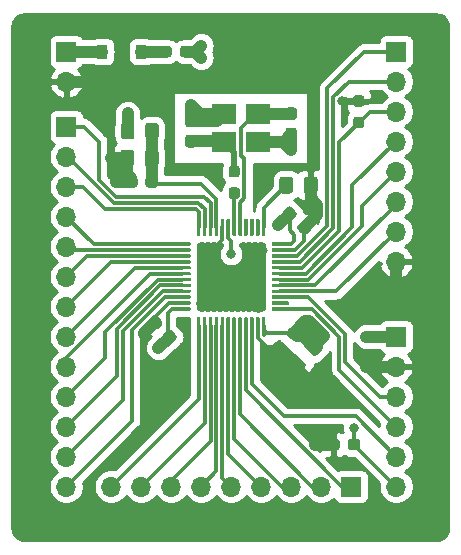
<source format=gbr>
G04 #@! TF.GenerationSoftware,KiCad,Pcbnew,(5.1.10-1-10_14)*
G04 #@! TF.CreationDate,2021-12-12T21:17:35+11:00*
G04 #@! TF.ProjectId,STM32L1_Breakout,53544d33-324c-4315-9f42-7265616b6f75,rev?*
G04 #@! TF.SameCoordinates,Original*
G04 #@! TF.FileFunction,Copper,L1,Top*
G04 #@! TF.FilePolarity,Positive*
%FSLAX46Y46*%
G04 Gerber Fmt 4.6, Leading zero omitted, Abs format (unit mm)*
G04 Created by KiCad (PCBNEW (5.1.10-1-10_14)) date 2021-12-12 21:17:35*
%MOMM*%
%LPD*%
G01*
G04 APERTURE LIST*
G04 #@! TA.AperFunction,ComponentPad*
%ADD10O,1.700000X1.700000*%
G04 #@! TD*
G04 #@! TA.AperFunction,ComponentPad*
%ADD11R,1.700000X1.700000*%
G04 #@! TD*
G04 #@! TA.AperFunction,SMDPad,CuDef*
%ADD12R,0.900000X1.200000*%
G04 #@! TD*
G04 #@! TA.AperFunction,SMDPad,CuDef*
%ADD13R,2.100000X1.800000*%
G04 #@! TD*
G04 #@! TA.AperFunction,ViaPad*
%ADD14C,0.800000*%
G04 #@! TD*
G04 #@! TA.AperFunction,Conductor*
%ADD15C,0.300000*%
G04 #@! TD*
G04 #@! TA.AperFunction,Conductor*
%ADD16C,1.000000*%
G04 #@! TD*
G04 #@! TA.AperFunction,Conductor*
%ADD17C,0.500000*%
G04 #@! TD*
G04 #@! TA.AperFunction,Conductor*
%ADD18C,0.254000*%
G04 #@! TD*
G04 #@! TA.AperFunction,Conductor*
%ADD19C,0.100000*%
G04 #@! TD*
G04 APERTURE END LIST*
D10*
X105410000Y-66040000D03*
X105410000Y-63500000D03*
X105410000Y-60960000D03*
X105410000Y-58420000D03*
X105410000Y-55880000D03*
X105410000Y-53340000D03*
X105410000Y-50800000D03*
D11*
X105410000Y-48260000D03*
D10*
X105410000Y-85090000D03*
X105410000Y-82550000D03*
X105410000Y-80010000D03*
X105410000Y-77470000D03*
X105410000Y-74930000D03*
D11*
X105410000Y-72390000D03*
D10*
X77470000Y-85090000D03*
X77470000Y-82550000D03*
X77470000Y-80010000D03*
X77470000Y-77470000D03*
X77470000Y-74930000D03*
X77470000Y-72390000D03*
X77470000Y-69850000D03*
X77470000Y-67310000D03*
X77470000Y-64770000D03*
X77470000Y-62230000D03*
X77470000Y-59690000D03*
X77470000Y-57150000D03*
D11*
X77470000Y-54610000D03*
D10*
X81280000Y-85090000D03*
X83820000Y-85090000D03*
X86360000Y-85090000D03*
X88900000Y-85090000D03*
X91440000Y-85090000D03*
X93980000Y-85090000D03*
X96520000Y-85090000D03*
X99060000Y-85090000D03*
D11*
X101600000Y-85090000D03*
D10*
X77470000Y-50800000D03*
D11*
X77470000Y-48260000D03*
G04 #@! TA.AperFunction,SMDPad,CuDef*
G36*
G01*
X86781008Y-72602132D02*
X86445132Y-72938008D01*
G75*
G02*
X86109256Y-72938008I-167938J167938D01*
G01*
X85684992Y-72513744D01*
G75*
G02*
X85684992Y-72177868I167938J167938D01*
G01*
X86020868Y-71841992D01*
G75*
G02*
X86356744Y-71841992I167938J-167938D01*
G01*
X86781008Y-72266256D01*
G75*
G02*
X86781008Y-72602132I-167938J-167938D01*
G01*
G37*
G04 #@! TD.AperFunction*
G04 #@! TA.AperFunction,SMDPad,CuDef*
G36*
G01*
X85561248Y-71382372D02*
X85225372Y-71718248D01*
G75*
G02*
X84889496Y-71718248I-167938J167938D01*
G01*
X84465232Y-71293984D01*
G75*
G02*
X84465232Y-70958108I167938J167938D01*
G01*
X84801108Y-70622232D01*
G75*
G02*
X85136984Y-70622232I167938J-167938D01*
G01*
X85561248Y-71046496D01*
G75*
G02*
X85561248Y-71382372I-167938J-167938D01*
G01*
G37*
G04 #@! TD.AperFunction*
G04 #@! TA.AperFunction,SMDPad,CuDef*
G36*
G01*
X97064752Y-62983628D02*
X97400628Y-62647752D01*
G75*
G02*
X97736504Y-62647752I167938J-167938D01*
G01*
X98160768Y-63072016D01*
G75*
G02*
X98160768Y-63407892I-167938J-167938D01*
G01*
X97824892Y-63743768D01*
G75*
G02*
X97489016Y-63743768I-167938J167938D01*
G01*
X97064752Y-63319504D01*
G75*
G02*
X97064752Y-62983628I167938J167938D01*
G01*
G37*
G04 #@! TD.AperFunction*
G04 #@! TA.AperFunction,SMDPad,CuDef*
G36*
G01*
X95844992Y-61763868D02*
X96180868Y-61427992D01*
G75*
G02*
X96516744Y-61427992I167938J-167938D01*
G01*
X96941008Y-61852256D01*
G75*
G02*
X96941008Y-62188132I-167938J-167938D01*
G01*
X96605132Y-62524008D01*
G75*
G02*
X96269256Y-62524008I-167938J167938D01*
G01*
X95844992Y-62099744D01*
G75*
G02*
X95844992Y-61763868I167938J167938D01*
G01*
G37*
G04 #@! TD.AperFunction*
G04 #@! TA.AperFunction,SMDPad,CuDef*
G36*
G01*
X96917680Y-71513891D02*
X97253556Y-71849767D01*
G75*
G02*
X97253556Y-72185643I-167938J-167938D01*
G01*
X96829292Y-72609907D01*
G75*
G02*
X96493416Y-72609907I-167938J167938D01*
G01*
X96157540Y-72274031D01*
G75*
G02*
X96157540Y-71938155I167938J167938D01*
G01*
X96581804Y-71513891D01*
G75*
G02*
X96917680Y-71513891I167938J-167938D01*
G01*
G37*
G04 #@! TD.AperFunction*
G04 #@! TA.AperFunction,SMDPad,CuDef*
G36*
G01*
X95697920Y-72733651D02*
X96033796Y-73069527D01*
G75*
G02*
X96033796Y-73405403I-167938J-167938D01*
G01*
X95609532Y-73829667D01*
G75*
G02*
X95273656Y-73829667I-167938J167938D01*
G01*
X94937780Y-73493791D01*
G75*
G02*
X94937780Y-73157915I167938J167938D01*
G01*
X95362044Y-72733651D01*
G75*
G02*
X95697920Y-72733651I167938J-167938D01*
G01*
G37*
G04 #@! TD.AperFunction*
G04 #@! TA.AperFunction,SMDPad,CuDef*
G36*
G01*
X98491346Y-72478032D02*
X99163097Y-73149783D01*
G75*
G02*
X99163097Y-73503337I-176777J-176777D01*
G01*
X98685800Y-73980634D01*
G75*
G02*
X98332246Y-73980634I-176777J176777D01*
G01*
X97660495Y-73308883D01*
G75*
G02*
X97660495Y-72955329I176777J176777D01*
G01*
X98137792Y-72478032D01*
G75*
G02*
X98491346Y-72478032I176777J-176777D01*
G01*
G37*
G04 #@! TD.AperFunction*
G04 #@! TA.AperFunction,SMDPad,CuDef*
G36*
G01*
X97024100Y-73945278D02*
X97695851Y-74617029D01*
G75*
G02*
X97695851Y-74970583I-176777J-176777D01*
G01*
X97218554Y-75447880D01*
G75*
G02*
X96865000Y-75447880I-176777J176777D01*
G01*
X96193249Y-74776129D01*
G75*
G02*
X96193249Y-74422575I176777J176777D01*
G01*
X96670546Y-73945278D01*
G75*
G02*
X97024100Y-73945278I176777J-176777D01*
G01*
G37*
G04 #@! TD.AperFunction*
G04 #@! TA.AperFunction,SMDPad,CuDef*
G36*
G01*
X83521500Y-59071500D02*
X83521500Y-59546500D01*
G75*
G02*
X83284000Y-59784000I-237500J0D01*
G01*
X82684000Y-59784000D01*
G75*
G02*
X82446500Y-59546500I0J237500D01*
G01*
X82446500Y-59071500D01*
G75*
G02*
X82684000Y-58834000I237500J0D01*
G01*
X83284000Y-58834000D01*
G75*
G02*
X83521500Y-59071500I0J-237500D01*
G01*
G37*
G04 #@! TD.AperFunction*
G04 #@! TA.AperFunction,SMDPad,CuDef*
G36*
G01*
X85246500Y-59071500D02*
X85246500Y-59546500D01*
G75*
G02*
X85009000Y-59784000I-237500J0D01*
G01*
X84409000Y-59784000D01*
G75*
G02*
X84171500Y-59546500I0J237500D01*
G01*
X84171500Y-59071500D01*
G75*
G02*
X84409000Y-58834000I237500J0D01*
G01*
X85009000Y-58834000D01*
G75*
G02*
X85246500Y-59071500I0J-237500D01*
G01*
G37*
G04 #@! TD.AperFunction*
G04 #@! TA.AperFunction,SMDPad,CuDef*
G36*
G01*
X83221500Y-56802000D02*
X83221500Y-57752000D01*
G75*
G02*
X82971500Y-58002000I-250000J0D01*
G01*
X82296500Y-58002000D01*
G75*
G02*
X82046500Y-57752000I0J250000D01*
G01*
X82046500Y-56802000D01*
G75*
G02*
X82296500Y-56552000I250000J0D01*
G01*
X82971500Y-56552000D01*
G75*
G02*
X83221500Y-56802000I0J-250000D01*
G01*
G37*
G04 #@! TD.AperFunction*
G04 #@! TA.AperFunction,SMDPad,CuDef*
G36*
G01*
X85296500Y-56802000D02*
X85296500Y-57752000D01*
G75*
G02*
X85046500Y-58002000I-250000J0D01*
G01*
X84371500Y-58002000D01*
G75*
G02*
X84121500Y-57752000I0J250000D01*
G01*
X84121500Y-56802000D01*
G75*
G02*
X84371500Y-56552000I250000J0D01*
G01*
X85046500Y-56552000D01*
G75*
G02*
X85296500Y-56802000I0J-250000D01*
G01*
G37*
G04 #@! TD.AperFunction*
G04 #@! TA.AperFunction,SMDPad,CuDef*
G36*
G01*
X96282500Y-52982500D02*
X96757500Y-52982500D01*
G75*
G02*
X96995000Y-53220000I0J-237500D01*
G01*
X96995000Y-53820000D01*
G75*
G02*
X96757500Y-54057500I-237500J0D01*
G01*
X96282500Y-54057500D01*
G75*
G02*
X96045000Y-53820000I0J237500D01*
G01*
X96045000Y-53220000D01*
G75*
G02*
X96282500Y-52982500I237500J0D01*
G01*
G37*
G04 #@! TD.AperFunction*
G04 #@! TA.AperFunction,SMDPad,CuDef*
G36*
G01*
X96282500Y-54707500D02*
X96757500Y-54707500D01*
G75*
G02*
X96995000Y-54945000I0J-237500D01*
G01*
X96995000Y-55545000D01*
G75*
G02*
X96757500Y-55782500I-237500J0D01*
G01*
X96282500Y-55782500D01*
G75*
G02*
X96045000Y-55545000I0J237500D01*
G01*
X96045000Y-54945000D01*
G75*
G02*
X96282500Y-54707500I237500J0D01*
G01*
G37*
G04 #@! TD.AperFunction*
G04 #@! TA.AperFunction,SMDPad,CuDef*
G36*
G01*
X88248500Y-54666000D02*
X87773500Y-54666000D01*
G75*
G02*
X87536000Y-54428500I0J237500D01*
G01*
X87536000Y-53828500D01*
G75*
G02*
X87773500Y-53591000I237500J0D01*
G01*
X88248500Y-53591000D01*
G75*
G02*
X88486000Y-53828500I0J-237500D01*
G01*
X88486000Y-54428500D01*
G75*
G02*
X88248500Y-54666000I-237500J0D01*
G01*
G37*
G04 #@! TD.AperFunction*
G04 #@! TA.AperFunction,SMDPad,CuDef*
G36*
G01*
X88248500Y-56391000D02*
X87773500Y-56391000D01*
G75*
G02*
X87536000Y-56153500I0J237500D01*
G01*
X87536000Y-55553500D01*
G75*
G02*
X87773500Y-55316000I237500J0D01*
G01*
X88248500Y-55316000D01*
G75*
G02*
X88486000Y-55553500I0J-237500D01*
G01*
X88486000Y-56153500D01*
G75*
G02*
X88248500Y-56391000I-237500J0D01*
G01*
G37*
G04 #@! TD.AperFunction*
G04 #@! TA.AperFunction,SMDPad,CuDef*
G36*
G01*
X95508500Y-60038000D02*
X95508500Y-59088000D01*
G75*
G02*
X95758500Y-58838000I250000J0D01*
G01*
X96433500Y-58838000D01*
G75*
G02*
X96683500Y-59088000I0J-250000D01*
G01*
X96683500Y-60038000D01*
G75*
G02*
X96433500Y-60288000I-250000J0D01*
G01*
X95758500Y-60288000D01*
G75*
G02*
X95508500Y-60038000I0J250000D01*
G01*
G37*
G04 #@! TD.AperFunction*
G04 #@! TA.AperFunction,SMDPad,CuDef*
G36*
G01*
X97583500Y-60038000D02*
X97583500Y-59088000D01*
G75*
G02*
X97833500Y-58838000I250000J0D01*
G01*
X98508500Y-58838000D01*
G75*
G02*
X98758500Y-59088000I0J-250000D01*
G01*
X98758500Y-60038000D01*
G75*
G02*
X98508500Y-60288000I-250000J0D01*
G01*
X97833500Y-60288000D01*
G75*
G02*
X97583500Y-60038000I0J250000D01*
G01*
G37*
G04 #@! TD.AperFunction*
G04 #@! TA.AperFunction,SMDPad,CuDef*
G36*
G01*
X102365000Y-81296500D02*
X102365000Y-81771500D01*
G75*
G02*
X102127500Y-82009000I-237500J0D01*
G01*
X101527500Y-82009000D01*
G75*
G02*
X101290000Y-81771500I0J237500D01*
G01*
X101290000Y-81296500D01*
G75*
G02*
X101527500Y-81059000I237500J0D01*
G01*
X102127500Y-81059000D01*
G75*
G02*
X102365000Y-81296500I0J-237500D01*
G01*
G37*
G04 #@! TD.AperFunction*
G04 #@! TA.AperFunction,SMDPad,CuDef*
G36*
G01*
X100640000Y-81296500D02*
X100640000Y-81771500D01*
G75*
G02*
X100402500Y-82009000I-237500J0D01*
G01*
X99802500Y-82009000D01*
G75*
G02*
X99565000Y-81771500I0J237500D01*
G01*
X99565000Y-81296500D01*
G75*
G02*
X99802500Y-81059000I237500J0D01*
G01*
X100402500Y-81059000D01*
G75*
G02*
X100640000Y-81296500I0J-237500D01*
G01*
G37*
G04 #@! TD.AperFunction*
D12*
X83820000Y-48260000D03*
X80520000Y-48260000D03*
G04 #@! TA.AperFunction,SMDPad,CuDef*
G36*
G01*
X88155000Y-48022500D02*
X88155000Y-48497500D01*
G75*
G02*
X87917500Y-48735000I-237500J0D01*
G01*
X87342500Y-48735000D01*
G75*
G02*
X87105000Y-48497500I0J237500D01*
G01*
X87105000Y-48022500D01*
G75*
G02*
X87342500Y-47785000I237500J0D01*
G01*
X87917500Y-47785000D01*
G75*
G02*
X88155000Y-48022500I0J-237500D01*
G01*
G37*
G04 #@! TD.AperFunction*
G04 #@! TA.AperFunction,SMDPad,CuDef*
G36*
G01*
X86405000Y-48022500D02*
X86405000Y-48497500D01*
G75*
G02*
X86167500Y-48735000I-237500J0D01*
G01*
X85592500Y-48735000D01*
G75*
G02*
X85355000Y-48497500I0J237500D01*
G01*
X85355000Y-48022500D01*
G75*
G02*
X85592500Y-47785000I237500J0D01*
G01*
X86167500Y-47785000D01*
G75*
G02*
X86405000Y-48022500I0J-237500D01*
G01*
G37*
G04 #@! TD.AperFunction*
G04 #@! TA.AperFunction,SMDPad,CuDef*
G36*
G01*
X85302000Y-54540999D02*
X85302000Y-55441001D01*
G75*
G02*
X85052001Y-55691000I-249999J0D01*
G01*
X84401999Y-55691000D01*
G75*
G02*
X84152000Y-55441001I0J249999D01*
G01*
X84152000Y-54540999D01*
G75*
G02*
X84401999Y-54291000I249999J0D01*
G01*
X85052001Y-54291000D01*
G75*
G02*
X85302000Y-54540999I0J-249999D01*
G01*
G37*
G04 #@! TD.AperFunction*
G04 #@! TA.AperFunction,SMDPad,CuDef*
G36*
G01*
X83252000Y-54540999D02*
X83252000Y-55441001D01*
G75*
G02*
X83002001Y-55691000I-249999J0D01*
G01*
X82351999Y-55691000D01*
G75*
G02*
X82102000Y-55441001I0J249999D01*
G01*
X82102000Y-54540999D01*
G75*
G02*
X82351999Y-54291000I249999J0D01*
G01*
X83002001Y-54291000D01*
G75*
G02*
X83252000Y-54540999I0J-249999D01*
G01*
G37*
G04 #@! TD.AperFunction*
G04 #@! TA.AperFunction,SMDPad,CuDef*
G36*
G01*
X102472500Y-52938500D02*
X101997500Y-52938500D01*
G75*
G02*
X101760000Y-52701000I0J237500D01*
G01*
X101760000Y-52201000D01*
G75*
G02*
X101997500Y-51963500I237500J0D01*
G01*
X102472500Y-51963500D01*
G75*
G02*
X102710000Y-52201000I0J-237500D01*
G01*
X102710000Y-52701000D01*
G75*
G02*
X102472500Y-52938500I-237500J0D01*
G01*
G37*
G04 #@! TD.AperFunction*
G04 #@! TA.AperFunction,SMDPad,CuDef*
G36*
G01*
X102472500Y-54763500D02*
X101997500Y-54763500D01*
G75*
G02*
X101760000Y-54526000I0J237500D01*
G01*
X101760000Y-54026000D01*
G75*
G02*
X101997500Y-53788500I237500J0D01*
G01*
X102472500Y-53788500D01*
G75*
G02*
X102710000Y-54026000I0J-237500D01*
G01*
X102710000Y-54526000D01*
G75*
G02*
X102472500Y-54763500I-237500J0D01*
G01*
G37*
G04 #@! TD.AperFunction*
G04 #@! TA.AperFunction,SMDPad,CuDef*
G36*
G01*
X91931500Y-60732500D02*
X91456500Y-60732500D01*
G75*
G02*
X91219000Y-60495000I0J237500D01*
G01*
X91219000Y-59995000D01*
G75*
G02*
X91456500Y-59757500I237500J0D01*
G01*
X91931500Y-59757500D01*
G75*
G02*
X92169000Y-59995000I0J-237500D01*
G01*
X92169000Y-60495000D01*
G75*
G02*
X91931500Y-60732500I-237500J0D01*
G01*
G37*
G04 #@! TD.AperFunction*
G04 #@! TA.AperFunction,SMDPad,CuDef*
G36*
G01*
X91931500Y-58907500D02*
X91456500Y-58907500D01*
G75*
G02*
X91219000Y-58670000I0J237500D01*
G01*
X91219000Y-58170000D01*
G75*
G02*
X91456500Y-57932500I237500J0D01*
G01*
X91931500Y-57932500D01*
G75*
G02*
X92169000Y-58170000I0J-237500D01*
G01*
X92169000Y-58670000D01*
G75*
G02*
X91931500Y-58907500I-237500J0D01*
G01*
G37*
G04 #@! TD.AperFunction*
G04 #@! TA.AperFunction,SMDPad,CuDef*
G36*
G01*
X94115000Y-62410000D02*
X94265000Y-62410000D01*
G75*
G02*
X94340000Y-62485000I0J-75000D01*
G01*
X94340000Y-63810000D01*
G75*
G02*
X94265000Y-63885000I-75000J0D01*
G01*
X94115000Y-63885000D01*
G75*
G02*
X94040000Y-63810000I0J75000D01*
G01*
X94040000Y-62485000D01*
G75*
G02*
X94115000Y-62410000I75000J0D01*
G01*
G37*
G04 #@! TD.AperFunction*
G04 #@! TA.AperFunction,SMDPad,CuDef*
G36*
G01*
X93615000Y-62410000D02*
X93765000Y-62410000D01*
G75*
G02*
X93840000Y-62485000I0J-75000D01*
G01*
X93840000Y-63810000D01*
G75*
G02*
X93765000Y-63885000I-75000J0D01*
G01*
X93615000Y-63885000D01*
G75*
G02*
X93540000Y-63810000I0J75000D01*
G01*
X93540000Y-62485000D01*
G75*
G02*
X93615000Y-62410000I75000J0D01*
G01*
G37*
G04 #@! TD.AperFunction*
G04 #@! TA.AperFunction,SMDPad,CuDef*
G36*
G01*
X93115000Y-62410000D02*
X93265000Y-62410000D01*
G75*
G02*
X93340000Y-62485000I0J-75000D01*
G01*
X93340000Y-63810000D01*
G75*
G02*
X93265000Y-63885000I-75000J0D01*
G01*
X93115000Y-63885000D01*
G75*
G02*
X93040000Y-63810000I0J75000D01*
G01*
X93040000Y-62485000D01*
G75*
G02*
X93115000Y-62410000I75000J0D01*
G01*
G37*
G04 #@! TD.AperFunction*
G04 #@! TA.AperFunction,SMDPad,CuDef*
G36*
G01*
X92615000Y-62410000D02*
X92765000Y-62410000D01*
G75*
G02*
X92840000Y-62485000I0J-75000D01*
G01*
X92840000Y-63810000D01*
G75*
G02*
X92765000Y-63885000I-75000J0D01*
G01*
X92615000Y-63885000D01*
G75*
G02*
X92540000Y-63810000I0J75000D01*
G01*
X92540000Y-62485000D01*
G75*
G02*
X92615000Y-62410000I75000J0D01*
G01*
G37*
G04 #@! TD.AperFunction*
G04 #@! TA.AperFunction,SMDPad,CuDef*
G36*
G01*
X92115000Y-62410000D02*
X92265000Y-62410000D01*
G75*
G02*
X92340000Y-62485000I0J-75000D01*
G01*
X92340000Y-63810000D01*
G75*
G02*
X92265000Y-63885000I-75000J0D01*
G01*
X92115000Y-63885000D01*
G75*
G02*
X92040000Y-63810000I0J75000D01*
G01*
X92040000Y-62485000D01*
G75*
G02*
X92115000Y-62410000I75000J0D01*
G01*
G37*
G04 #@! TD.AperFunction*
G04 #@! TA.AperFunction,SMDPad,CuDef*
G36*
G01*
X91615000Y-62410000D02*
X91765000Y-62410000D01*
G75*
G02*
X91840000Y-62485000I0J-75000D01*
G01*
X91840000Y-63810000D01*
G75*
G02*
X91765000Y-63885000I-75000J0D01*
G01*
X91615000Y-63885000D01*
G75*
G02*
X91540000Y-63810000I0J75000D01*
G01*
X91540000Y-62485000D01*
G75*
G02*
X91615000Y-62410000I75000J0D01*
G01*
G37*
G04 #@! TD.AperFunction*
G04 #@! TA.AperFunction,SMDPad,CuDef*
G36*
G01*
X91115000Y-62410000D02*
X91265000Y-62410000D01*
G75*
G02*
X91340000Y-62485000I0J-75000D01*
G01*
X91340000Y-63810000D01*
G75*
G02*
X91265000Y-63885000I-75000J0D01*
G01*
X91115000Y-63885000D01*
G75*
G02*
X91040000Y-63810000I0J75000D01*
G01*
X91040000Y-62485000D01*
G75*
G02*
X91115000Y-62410000I75000J0D01*
G01*
G37*
G04 #@! TD.AperFunction*
G04 #@! TA.AperFunction,SMDPad,CuDef*
G36*
G01*
X90615000Y-62410000D02*
X90765000Y-62410000D01*
G75*
G02*
X90840000Y-62485000I0J-75000D01*
G01*
X90840000Y-63810000D01*
G75*
G02*
X90765000Y-63885000I-75000J0D01*
G01*
X90615000Y-63885000D01*
G75*
G02*
X90540000Y-63810000I0J75000D01*
G01*
X90540000Y-62485000D01*
G75*
G02*
X90615000Y-62410000I75000J0D01*
G01*
G37*
G04 #@! TD.AperFunction*
G04 #@! TA.AperFunction,SMDPad,CuDef*
G36*
G01*
X90115000Y-62410000D02*
X90265000Y-62410000D01*
G75*
G02*
X90340000Y-62485000I0J-75000D01*
G01*
X90340000Y-63810000D01*
G75*
G02*
X90265000Y-63885000I-75000J0D01*
G01*
X90115000Y-63885000D01*
G75*
G02*
X90040000Y-63810000I0J75000D01*
G01*
X90040000Y-62485000D01*
G75*
G02*
X90115000Y-62410000I75000J0D01*
G01*
G37*
G04 #@! TD.AperFunction*
G04 #@! TA.AperFunction,SMDPad,CuDef*
G36*
G01*
X89615000Y-62410000D02*
X89765000Y-62410000D01*
G75*
G02*
X89840000Y-62485000I0J-75000D01*
G01*
X89840000Y-63810000D01*
G75*
G02*
X89765000Y-63885000I-75000J0D01*
G01*
X89615000Y-63885000D01*
G75*
G02*
X89540000Y-63810000I0J75000D01*
G01*
X89540000Y-62485000D01*
G75*
G02*
X89615000Y-62410000I75000J0D01*
G01*
G37*
G04 #@! TD.AperFunction*
G04 #@! TA.AperFunction,SMDPad,CuDef*
G36*
G01*
X89115000Y-62410000D02*
X89265000Y-62410000D01*
G75*
G02*
X89340000Y-62485000I0J-75000D01*
G01*
X89340000Y-63810000D01*
G75*
G02*
X89265000Y-63885000I-75000J0D01*
G01*
X89115000Y-63885000D01*
G75*
G02*
X89040000Y-63810000I0J75000D01*
G01*
X89040000Y-62485000D01*
G75*
G02*
X89115000Y-62410000I75000J0D01*
G01*
G37*
G04 #@! TD.AperFunction*
G04 #@! TA.AperFunction,SMDPad,CuDef*
G36*
G01*
X88615000Y-62410000D02*
X88765000Y-62410000D01*
G75*
G02*
X88840000Y-62485000I0J-75000D01*
G01*
X88840000Y-63810000D01*
G75*
G02*
X88765000Y-63885000I-75000J0D01*
G01*
X88615000Y-63885000D01*
G75*
G02*
X88540000Y-63810000I0J75000D01*
G01*
X88540000Y-62485000D01*
G75*
G02*
X88615000Y-62410000I75000J0D01*
G01*
G37*
G04 #@! TD.AperFunction*
G04 #@! TA.AperFunction,SMDPad,CuDef*
G36*
G01*
X86615000Y-64410000D02*
X87940000Y-64410000D01*
G75*
G02*
X88015000Y-64485000I0J-75000D01*
G01*
X88015000Y-64635000D01*
G75*
G02*
X87940000Y-64710000I-75000J0D01*
G01*
X86615000Y-64710000D01*
G75*
G02*
X86540000Y-64635000I0J75000D01*
G01*
X86540000Y-64485000D01*
G75*
G02*
X86615000Y-64410000I75000J0D01*
G01*
G37*
G04 #@! TD.AperFunction*
G04 #@! TA.AperFunction,SMDPad,CuDef*
G36*
G01*
X86615000Y-64910000D02*
X87940000Y-64910000D01*
G75*
G02*
X88015000Y-64985000I0J-75000D01*
G01*
X88015000Y-65135000D01*
G75*
G02*
X87940000Y-65210000I-75000J0D01*
G01*
X86615000Y-65210000D01*
G75*
G02*
X86540000Y-65135000I0J75000D01*
G01*
X86540000Y-64985000D01*
G75*
G02*
X86615000Y-64910000I75000J0D01*
G01*
G37*
G04 #@! TD.AperFunction*
G04 #@! TA.AperFunction,SMDPad,CuDef*
G36*
G01*
X86615000Y-65410000D02*
X87940000Y-65410000D01*
G75*
G02*
X88015000Y-65485000I0J-75000D01*
G01*
X88015000Y-65635000D01*
G75*
G02*
X87940000Y-65710000I-75000J0D01*
G01*
X86615000Y-65710000D01*
G75*
G02*
X86540000Y-65635000I0J75000D01*
G01*
X86540000Y-65485000D01*
G75*
G02*
X86615000Y-65410000I75000J0D01*
G01*
G37*
G04 #@! TD.AperFunction*
G04 #@! TA.AperFunction,SMDPad,CuDef*
G36*
G01*
X86615000Y-65910000D02*
X87940000Y-65910000D01*
G75*
G02*
X88015000Y-65985000I0J-75000D01*
G01*
X88015000Y-66135000D01*
G75*
G02*
X87940000Y-66210000I-75000J0D01*
G01*
X86615000Y-66210000D01*
G75*
G02*
X86540000Y-66135000I0J75000D01*
G01*
X86540000Y-65985000D01*
G75*
G02*
X86615000Y-65910000I75000J0D01*
G01*
G37*
G04 #@! TD.AperFunction*
G04 #@! TA.AperFunction,SMDPad,CuDef*
G36*
G01*
X86615000Y-66410000D02*
X87940000Y-66410000D01*
G75*
G02*
X88015000Y-66485000I0J-75000D01*
G01*
X88015000Y-66635000D01*
G75*
G02*
X87940000Y-66710000I-75000J0D01*
G01*
X86615000Y-66710000D01*
G75*
G02*
X86540000Y-66635000I0J75000D01*
G01*
X86540000Y-66485000D01*
G75*
G02*
X86615000Y-66410000I75000J0D01*
G01*
G37*
G04 #@! TD.AperFunction*
G04 #@! TA.AperFunction,SMDPad,CuDef*
G36*
G01*
X86615000Y-66910000D02*
X87940000Y-66910000D01*
G75*
G02*
X88015000Y-66985000I0J-75000D01*
G01*
X88015000Y-67135000D01*
G75*
G02*
X87940000Y-67210000I-75000J0D01*
G01*
X86615000Y-67210000D01*
G75*
G02*
X86540000Y-67135000I0J75000D01*
G01*
X86540000Y-66985000D01*
G75*
G02*
X86615000Y-66910000I75000J0D01*
G01*
G37*
G04 #@! TD.AperFunction*
G04 #@! TA.AperFunction,SMDPad,CuDef*
G36*
G01*
X86615000Y-67410000D02*
X87940000Y-67410000D01*
G75*
G02*
X88015000Y-67485000I0J-75000D01*
G01*
X88015000Y-67635000D01*
G75*
G02*
X87940000Y-67710000I-75000J0D01*
G01*
X86615000Y-67710000D01*
G75*
G02*
X86540000Y-67635000I0J75000D01*
G01*
X86540000Y-67485000D01*
G75*
G02*
X86615000Y-67410000I75000J0D01*
G01*
G37*
G04 #@! TD.AperFunction*
G04 #@! TA.AperFunction,SMDPad,CuDef*
G36*
G01*
X86615000Y-67910000D02*
X87940000Y-67910000D01*
G75*
G02*
X88015000Y-67985000I0J-75000D01*
G01*
X88015000Y-68135000D01*
G75*
G02*
X87940000Y-68210000I-75000J0D01*
G01*
X86615000Y-68210000D01*
G75*
G02*
X86540000Y-68135000I0J75000D01*
G01*
X86540000Y-67985000D01*
G75*
G02*
X86615000Y-67910000I75000J0D01*
G01*
G37*
G04 #@! TD.AperFunction*
G04 #@! TA.AperFunction,SMDPad,CuDef*
G36*
G01*
X86615000Y-68410000D02*
X87940000Y-68410000D01*
G75*
G02*
X88015000Y-68485000I0J-75000D01*
G01*
X88015000Y-68635000D01*
G75*
G02*
X87940000Y-68710000I-75000J0D01*
G01*
X86615000Y-68710000D01*
G75*
G02*
X86540000Y-68635000I0J75000D01*
G01*
X86540000Y-68485000D01*
G75*
G02*
X86615000Y-68410000I75000J0D01*
G01*
G37*
G04 #@! TD.AperFunction*
G04 #@! TA.AperFunction,SMDPad,CuDef*
G36*
G01*
X86615000Y-68910000D02*
X87940000Y-68910000D01*
G75*
G02*
X88015000Y-68985000I0J-75000D01*
G01*
X88015000Y-69135000D01*
G75*
G02*
X87940000Y-69210000I-75000J0D01*
G01*
X86615000Y-69210000D01*
G75*
G02*
X86540000Y-69135000I0J75000D01*
G01*
X86540000Y-68985000D01*
G75*
G02*
X86615000Y-68910000I75000J0D01*
G01*
G37*
G04 #@! TD.AperFunction*
G04 #@! TA.AperFunction,SMDPad,CuDef*
G36*
G01*
X86615000Y-69410000D02*
X87940000Y-69410000D01*
G75*
G02*
X88015000Y-69485000I0J-75000D01*
G01*
X88015000Y-69635000D01*
G75*
G02*
X87940000Y-69710000I-75000J0D01*
G01*
X86615000Y-69710000D01*
G75*
G02*
X86540000Y-69635000I0J75000D01*
G01*
X86540000Y-69485000D01*
G75*
G02*
X86615000Y-69410000I75000J0D01*
G01*
G37*
G04 #@! TD.AperFunction*
G04 #@! TA.AperFunction,SMDPad,CuDef*
G36*
G01*
X86615000Y-69910000D02*
X87940000Y-69910000D01*
G75*
G02*
X88015000Y-69985000I0J-75000D01*
G01*
X88015000Y-70135000D01*
G75*
G02*
X87940000Y-70210000I-75000J0D01*
G01*
X86615000Y-70210000D01*
G75*
G02*
X86540000Y-70135000I0J75000D01*
G01*
X86540000Y-69985000D01*
G75*
G02*
X86615000Y-69910000I75000J0D01*
G01*
G37*
G04 #@! TD.AperFunction*
G04 #@! TA.AperFunction,SMDPad,CuDef*
G36*
G01*
X88615000Y-70735000D02*
X88765000Y-70735000D01*
G75*
G02*
X88840000Y-70810000I0J-75000D01*
G01*
X88840000Y-72135000D01*
G75*
G02*
X88765000Y-72210000I-75000J0D01*
G01*
X88615000Y-72210000D01*
G75*
G02*
X88540000Y-72135000I0J75000D01*
G01*
X88540000Y-70810000D01*
G75*
G02*
X88615000Y-70735000I75000J0D01*
G01*
G37*
G04 #@! TD.AperFunction*
G04 #@! TA.AperFunction,SMDPad,CuDef*
G36*
G01*
X89115000Y-70735000D02*
X89265000Y-70735000D01*
G75*
G02*
X89340000Y-70810000I0J-75000D01*
G01*
X89340000Y-72135000D01*
G75*
G02*
X89265000Y-72210000I-75000J0D01*
G01*
X89115000Y-72210000D01*
G75*
G02*
X89040000Y-72135000I0J75000D01*
G01*
X89040000Y-70810000D01*
G75*
G02*
X89115000Y-70735000I75000J0D01*
G01*
G37*
G04 #@! TD.AperFunction*
G04 #@! TA.AperFunction,SMDPad,CuDef*
G36*
G01*
X89615000Y-70735000D02*
X89765000Y-70735000D01*
G75*
G02*
X89840000Y-70810000I0J-75000D01*
G01*
X89840000Y-72135000D01*
G75*
G02*
X89765000Y-72210000I-75000J0D01*
G01*
X89615000Y-72210000D01*
G75*
G02*
X89540000Y-72135000I0J75000D01*
G01*
X89540000Y-70810000D01*
G75*
G02*
X89615000Y-70735000I75000J0D01*
G01*
G37*
G04 #@! TD.AperFunction*
G04 #@! TA.AperFunction,SMDPad,CuDef*
G36*
G01*
X90115000Y-70735000D02*
X90265000Y-70735000D01*
G75*
G02*
X90340000Y-70810000I0J-75000D01*
G01*
X90340000Y-72135000D01*
G75*
G02*
X90265000Y-72210000I-75000J0D01*
G01*
X90115000Y-72210000D01*
G75*
G02*
X90040000Y-72135000I0J75000D01*
G01*
X90040000Y-70810000D01*
G75*
G02*
X90115000Y-70735000I75000J0D01*
G01*
G37*
G04 #@! TD.AperFunction*
G04 #@! TA.AperFunction,SMDPad,CuDef*
G36*
G01*
X90615000Y-70735000D02*
X90765000Y-70735000D01*
G75*
G02*
X90840000Y-70810000I0J-75000D01*
G01*
X90840000Y-72135000D01*
G75*
G02*
X90765000Y-72210000I-75000J0D01*
G01*
X90615000Y-72210000D01*
G75*
G02*
X90540000Y-72135000I0J75000D01*
G01*
X90540000Y-70810000D01*
G75*
G02*
X90615000Y-70735000I75000J0D01*
G01*
G37*
G04 #@! TD.AperFunction*
G04 #@! TA.AperFunction,SMDPad,CuDef*
G36*
G01*
X91115000Y-70735000D02*
X91265000Y-70735000D01*
G75*
G02*
X91340000Y-70810000I0J-75000D01*
G01*
X91340000Y-72135000D01*
G75*
G02*
X91265000Y-72210000I-75000J0D01*
G01*
X91115000Y-72210000D01*
G75*
G02*
X91040000Y-72135000I0J75000D01*
G01*
X91040000Y-70810000D01*
G75*
G02*
X91115000Y-70735000I75000J0D01*
G01*
G37*
G04 #@! TD.AperFunction*
G04 #@! TA.AperFunction,SMDPad,CuDef*
G36*
G01*
X91615000Y-70735000D02*
X91765000Y-70735000D01*
G75*
G02*
X91840000Y-70810000I0J-75000D01*
G01*
X91840000Y-72135000D01*
G75*
G02*
X91765000Y-72210000I-75000J0D01*
G01*
X91615000Y-72210000D01*
G75*
G02*
X91540000Y-72135000I0J75000D01*
G01*
X91540000Y-70810000D01*
G75*
G02*
X91615000Y-70735000I75000J0D01*
G01*
G37*
G04 #@! TD.AperFunction*
G04 #@! TA.AperFunction,SMDPad,CuDef*
G36*
G01*
X92115000Y-70735000D02*
X92265000Y-70735000D01*
G75*
G02*
X92340000Y-70810000I0J-75000D01*
G01*
X92340000Y-72135000D01*
G75*
G02*
X92265000Y-72210000I-75000J0D01*
G01*
X92115000Y-72210000D01*
G75*
G02*
X92040000Y-72135000I0J75000D01*
G01*
X92040000Y-70810000D01*
G75*
G02*
X92115000Y-70735000I75000J0D01*
G01*
G37*
G04 #@! TD.AperFunction*
G04 #@! TA.AperFunction,SMDPad,CuDef*
G36*
G01*
X92615000Y-70735000D02*
X92765000Y-70735000D01*
G75*
G02*
X92840000Y-70810000I0J-75000D01*
G01*
X92840000Y-72135000D01*
G75*
G02*
X92765000Y-72210000I-75000J0D01*
G01*
X92615000Y-72210000D01*
G75*
G02*
X92540000Y-72135000I0J75000D01*
G01*
X92540000Y-70810000D01*
G75*
G02*
X92615000Y-70735000I75000J0D01*
G01*
G37*
G04 #@! TD.AperFunction*
G04 #@! TA.AperFunction,SMDPad,CuDef*
G36*
G01*
X93115000Y-70735000D02*
X93265000Y-70735000D01*
G75*
G02*
X93340000Y-70810000I0J-75000D01*
G01*
X93340000Y-72135000D01*
G75*
G02*
X93265000Y-72210000I-75000J0D01*
G01*
X93115000Y-72210000D01*
G75*
G02*
X93040000Y-72135000I0J75000D01*
G01*
X93040000Y-70810000D01*
G75*
G02*
X93115000Y-70735000I75000J0D01*
G01*
G37*
G04 #@! TD.AperFunction*
G04 #@! TA.AperFunction,SMDPad,CuDef*
G36*
G01*
X93615000Y-70735000D02*
X93765000Y-70735000D01*
G75*
G02*
X93840000Y-70810000I0J-75000D01*
G01*
X93840000Y-72135000D01*
G75*
G02*
X93765000Y-72210000I-75000J0D01*
G01*
X93615000Y-72210000D01*
G75*
G02*
X93540000Y-72135000I0J75000D01*
G01*
X93540000Y-70810000D01*
G75*
G02*
X93615000Y-70735000I75000J0D01*
G01*
G37*
G04 #@! TD.AperFunction*
G04 #@! TA.AperFunction,SMDPad,CuDef*
G36*
G01*
X94115000Y-70735000D02*
X94265000Y-70735000D01*
G75*
G02*
X94340000Y-70810000I0J-75000D01*
G01*
X94340000Y-72135000D01*
G75*
G02*
X94265000Y-72210000I-75000J0D01*
G01*
X94115000Y-72210000D01*
G75*
G02*
X94040000Y-72135000I0J75000D01*
G01*
X94040000Y-70810000D01*
G75*
G02*
X94115000Y-70735000I75000J0D01*
G01*
G37*
G04 #@! TD.AperFunction*
G04 #@! TA.AperFunction,SMDPad,CuDef*
G36*
G01*
X94940000Y-69910000D02*
X96265000Y-69910000D01*
G75*
G02*
X96340000Y-69985000I0J-75000D01*
G01*
X96340000Y-70135000D01*
G75*
G02*
X96265000Y-70210000I-75000J0D01*
G01*
X94940000Y-70210000D01*
G75*
G02*
X94865000Y-70135000I0J75000D01*
G01*
X94865000Y-69985000D01*
G75*
G02*
X94940000Y-69910000I75000J0D01*
G01*
G37*
G04 #@! TD.AperFunction*
G04 #@! TA.AperFunction,SMDPad,CuDef*
G36*
G01*
X94940000Y-69410000D02*
X96265000Y-69410000D01*
G75*
G02*
X96340000Y-69485000I0J-75000D01*
G01*
X96340000Y-69635000D01*
G75*
G02*
X96265000Y-69710000I-75000J0D01*
G01*
X94940000Y-69710000D01*
G75*
G02*
X94865000Y-69635000I0J75000D01*
G01*
X94865000Y-69485000D01*
G75*
G02*
X94940000Y-69410000I75000J0D01*
G01*
G37*
G04 #@! TD.AperFunction*
G04 #@! TA.AperFunction,SMDPad,CuDef*
G36*
G01*
X94940000Y-68910000D02*
X96265000Y-68910000D01*
G75*
G02*
X96340000Y-68985000I0J-75000D01*
G01*
X96340000Y-69135000D01*
G75*
G02*
X96265000Y-69210000I-75000J0D01*
G01*
X94940000Y-69210000D01*
G75*
G02*
X94865000Y-69135000I0J75000D01*
G01*
X94865000Y-68985000D01*
G75*
G02*
X94940000Y-68910000I75000J0D01*
G01*
G37*
G04 #@! TD.AperFunction*
G04 #@! TA.AperFunction,SMDPad,CuDef*
G36*
G01*
X94940000Y-68410000D02*
X96265000Y-68410000D01*
G75*
G02*
X96340000Y-68485000I0J-75000D01*
G01*
X96340000Y-68635000D01*
G75*
G02*
X96265000Y-68710000I-75000J0D01*
G01*
X94940000Y-68710000D01*
G75*
G02*
X94865000Y-68635000I0J75000D01*
G01*
X94865000Y-68485000D01*
G75*
G02*
X94940000Y-68410000I75000J0D01*
G01*
G37*
G04 #@! TD.AperFunction*
G04 #@! TA.AperFunction,SMDPad,CuDef*
G36*
G01*
X94940000Y-67910000D02*
X96265000Y-67910000D01*
G75*
G02*
X96340000Y-67985000I0J-75000D01*
G01*
X96340000Y-68135000D01*
G75*
G02*
X96265000Y-68210000I-75000J0D01*
G01*
X94940000Y-68210000D01*
G75*
G02*
X94865000Y-68135000I0J75000D01*
G01*
X94865000Y-67985000D01*
G75*
G02*
X94940000Y-67910000I75000J0D01*
G01*
G37*
G04 #@! TD.AperFunction*
G04 #@! TA.AperFunction,SMDPad,CuDef*
G36*
G01*
X94940000Y-67410000D02*
X96265000Y-67410000D01*
G75*
G02*
X96340000Y-67485000I0J-75000D01*
G01*
X96340000Y-67635000D01*
G75*
G02*
X96265000Y-67710000I-75000J0D01*
G01*
X94940000Y-67710000D01*
G75*
G02*
X94865000Y-67635000I0J75000D01*
G01*
X94865000Y-67485000D01*
G75*
G02*
X94940000Y-67410000I75000J0D01*
G01*
G37*
G04 #@! TD.AperFunction*
G04 #@! TA.AperFunction,SMDPad,CuDef*
G36*
G01*
X94940000Y-66910000D02*
X96265000Y-66910000D01*
G75*
G02*
X96340000Y-66985000I0J-75000D01*
G01*
X96340000Y-67135000D01*
G75*
G02*
X96265000Y-67210000I-75000J0D01*
G01*
X94940000Y-67210000D01*
G75*
G02*
X94865000Y-67135000I0J75000D01*
G01*
X94865000Y-66985000D01*
G75*
G02*
X94940000Y-66910000I75000J0D01*
G01*
G37*
G04 #@! TD.AperFunction*
G04 #@! TA.AperFunction,SMDPad,CuDef*
G36*
G01*
X94940000Y-66410000D02*
X96265000Y-66410000D01*
G75*
G02*
X96340000Y-66485000I0J-75000D01*
G01*
X96340000Y-66635000D01*
G75*
G02*
X96265000Y-66710000I-75000J0D01*
G01*
X94940000Y-66710000D01*
G75*
G02*
X94865000Y-66635000I0J75000D01*
G01*
X94865000Y-66485000D01*
G75*
G02*
X94940000Y-66410000I75000J0D01*
G01*
G37*
G04 #@! TD.AperFunction*
G04 #@! TA.AperFunction,SMDPad,CuDef*
G36*
G01*
X94940000Y-65910000D02*
X96265000Y-65910000D01*
G75*
G02*
X96340000Y-65985000I0J-75000D01*
G01*
X96340000Y-66135000D01*
G75*
G02*
X96265000Y-66210000I-75000J0D01*
G01*
X94940000Y-66210000D01*
G75*
G02*
X94865000Y-66135000I0J75000D01*
G01*
X94865000Y-65985000D01*
G75*
G02*
X94940000Y-65910000I75000J0D01*
G01*
G37*
G04 #@! TD.AperFunction*
G04 #@! TA.AperFunction,SMDPad,CuDef*
G36*
G01*
X94940000Y-65410000D02*
X96265000Y-65410000D01*
G75*
G02*
X96340000Y-65485000I0J-75000D01*
G01*
X96340000Y-65635000D01*
G75*
G02*
X96265000Y-65710000I-75000J0D01*
G01*
X94940000Y-65710000D01*
G75*
G02*
X94865000Y-65635000I0J75000D01*
G01*
X94865000Y-65485000D01*
G75*
G02*
X94940000Y-65410000I75000J0D01*
G01*
G37*
G04 #@! TD.AperFunction*
G04 #@! TA.AperFunction,SMDPad,CuDef*
G36*
G01*
X94940000Y-64910000D02*
X96265000Y-64910000D01*
G75*
G02*
X96340000Y-64985000I0J-75000D01*
G01*
X96340000Y-65135000D01*
G75*
G02*
X96265000Y-65210000I-75000J0D01*
G01*
X94940000Y-65210000D01*
G75*
G02*
X94865000Y-65135000I0J75000D01*
G01*
X94865000Y-64985000D01*
G75*
G02*
X94940000Y-64910000I75000J0D01*
G01*
G37*
G04 #@! TD.AperFunction*
G04 #@! TA.AperFunction,SMDPad,CuDef*
G36*
G01*
X94940000Y-64410000D02*
X96265000Y-64410000D01*
G75*
G02*
X96340000Y-64485000I0J-75000D01*
G01*
X96340000Y-64635000D01*
G75*
G02*
X96265000Y-64710000I-75000J0D01*
G01*
X94940000Y-64710000D01*
G75*
G02*
X94865000Y-64635000I0J75000D01*
G01*
X94865000Y-64485000D01*
G75*
G02*
X94940000Y-64410000I75000J0D01*
G01*
G37*
G04 #@! TD.AperFunction*
D13*
X93705000Y-53580000D03*
X90805000Y-53580000D03*
X90805000Y-55880000D03*
X93705000Y-55880000D03*
D14*
X91440000Y-65405000D03*
X94488000Y-74295000D03*
X95885000Y-75692000D03*
X99314000Y-72326500D03*
X97726500Y-71056500D03*
X85280500Y-73342500D03*
X95377000Y-62928500D03*
X88900000Y-47752000D03*
X88900000Y-48768000D03*
X82677000Y-53467000D03*
X102870000Y-72390000D03*
X89916000Y-65024000D03*
X84074000Y-72136000D03*
X98704400Y-62128400D03*
X98653600Y-61163200D03*
X88011000Y-52781200D03*
X96520000Y-56591200D03*
X80137000Y-50038000D03*
X80137000Y-51562000D03*
X81661000Y-59309000D03*
X81280000Y-57277000D03*
X98552000Y-81534000D03*
X102870000Y-74930000D03*
X100838000Y-52451000D03*
X104140000Y-68834000D03*
X106680000Y-68834000D03*
X84328000Y-75692000D03*
X87376000Y-75692000D03*
X84328000Y-78740000D03*
X101092000Y-77724000D03*
X98044000Y-77724000D03*
X101600000Y-70104000D03*
X93980000Y-58420000D03*
X89916000Y-58420000D03*
X92964000Y-48260000D03*
X92964000Y-50292000D03*
X96520000Y-50292000D03*
X96520000Y-48260000D03*
X84836000Y-50800000D03*
X89916000Y-67818000D03*
X82296000Y-82042000D03*
X100584000Y-48260000D03*
X78740000Y-87376000D03*
X103886000Y-87376000D03*
X100584000Y-46164500D03*
X96520000Y-46164500D03*
X92964000Y-46164500D03*
X75946000Y-87376000D03*
X106997500Y-87376000D03*
X101854000Y-80137000D03*
D15*
X85013240Y-70815760D02*
X85013240Y-71170240D01*
D16*
X98411796Y-73229333D02*
X98474667Y-73229333D01*
X96721101Y-72061899D02*
X97726500Y-71056500D01*
X96705548Y-72061899D02*
X96721101Y-72061899D01*
X98044000Y-71056500D02*
X99314000Y-72326500D01*
X97726500Y-71056500D02*
X98044000Y-71056500D01*
X98411796Y-73228704D02*
X99314000Y-72326500D01*
X98411796Y-73229333D02*
X98411796Y-73228704D01*
X85280500Y-73342500D02*
X86233000Y-72390000D01*
X95440500Y-62928500D02*
X96393000Y-61976000D01*
X95377000Y-62928500D02*
X95440500Y-62928500D01*
X88392000Y-48260000D02*
X88900000Y-47752000D01*
X88392000Y-48260000D02*
X88900000Y-48768000D01*
X87630000Y-48260000D02*
X88392000Y-48260000D01*
D15*
X95602500Y-64560000D02*
X96349000Y-64560000D01*
X96393000Y-62233640D02*
X96393000Y-61976000D01*
X96393000Y-61976000D02*
X96393000Y-63373000D01*
X96393000Y-63373000D02*
X96774000Y-63754000D01*
X96774000Y-63754000D02*
X96774000Y-64262000D01*
X96476000Y-64560000D02*
X95602500Y-64560000D01*
X96774000Y-64262000D02*
X96476000Y-64560000D01*
X87277500Y-70060000D02*
X86404000Y-70060000D01*
X86404000Y-70060000D02*
X86106000Y-70358000D01*
X86106000Y-72263000D02*
X86233000Y-72390000D01*
X86106000Y-70358000D02*
X86106000Y-72263000D01*
X94190000Y-71816798D02*
X94190000Y-71472500D01*
X94190000Y-71472500D02*
X94190000Y-71965000D01*
X96705548Y-72061899D02*
X94435101Y-72061899D01*
X94435101Y-72061899D02*
X94190000Y-71816798D01*
X94190000Y-71965000D02*
X94190000Y-72219000D01*
D16*
X82677000Y-53467000D02*
X82677000Y-54991000D01*
X102870000Y-72390000D02*
X105410000Y-72390000D01*
X97244362Y-72061899D02*
X98411796Y-73229333D01*
X96705548Y-72061899D02*
X97244362Y-72061899D01*
X97726500Y-72544037D02*
X98411796Y-73229333D01*
X97726500Y-71056500D02*
X97726500Y-72544037D01*
X96970149Y-72326500D02*
X96705548Y-72061899D01*
X99314000Y-72326500D02*
X96970149Y-72326500D01*
X94488000Y-74295000D02*
X94488000Y-74279447D01*
X95949129Y-75692000D02*
X96944550Y-74696579D01*
X95885000Y-75692000D02*
X95949129Y-75692000D01*
X94488000Y-74295000D02*
X95885000Y-75692000D01*
X94488000Y-74295000D02*
X94488000Y-74279447D01*
X84074000Y-72109480D02*
X85013240Y-71170240D01*
X84074000Y-72136000D02*
X84074000Y-72109480D01*
X97612760Y-63195760D02*
X97687840Y-63195760D01*
X97637040Y-63195760D02*
X98704400Y-62128400D01*
X97612760Y-63195760D02*
X97637040Y-63195760D01*
X98171000Y-60680600D02*
X98653600Y-61163200D01*
X98171000Y-59563000D02*
X98171000Y-60680600D01*
X98704400Y-61214000D02*
X98653600Y-61163200D01*
X98704400Y-62128400D02*
X98704400Y-61214000D01*
D15*
X90690000Y-64656400D02*
X90678000Y-64668400D01*
D16*
X79375000Y-50800000D02*
X80137000Y-50038000D01*
X79375000Y-50800000D02*
X80137000Y-51562000D01*
X77470000Y-50800000D02*
X79375000Y-50800000D01*
X80137000Y-51562000D02*
X80137000Y-50038000D01*
D15*
X97401010Y-63407510D02*
X97612760Y-63195760D01*
X87277500Y-69560000D02*
X86196880Y-69560000D01*
X85013240Y-70743640D02*
X85013240Y-71170240D01*
X86196880Y-69560000D02*
X85013240Y-70743640D01*
X93690000Y-71472500D02*
X93690000Y-72481000D01*
X94490659Y-73281659D02*
X95485788Y-73281659D01*
X93690000Y-72481000D02*
X94490659Y-73281659D01*
D16*
X94988223Y-73779223D02*
X95485788Y-73281659D01*
D15*
X94490659Y-73281659D02*
X94988223Y-73779223D01*
D16*
X94488000Y-74279447D02*
X94988223Y-73779223D01*
X82984000Y-59309000D02*
X82984000Y-58981000D01*
X82634000Y-58631000D02*
X82634000Y-57277000D01*
X82984000Y-58981000D02*
X82634000Y-58631000D01*
X81280000Y-57277000D02*
X82634000Y-57277000D01*
X81661000Y-59309000D02*
X82984000Y-59309000D01*
X81661000Y-57658000D02*
X81280000Y-57277000D01*
X81661000Y-59309000D02*
X81661000Y-57658000D01*
X90256500Y-54128500D02*
X90805000Y-53580000D01*
X88011000Y-54128500D02*
X90256500Y-54128500D01*
X95885000Y-55880000D02*
X96520000Y-55245000D01*
X93705000Y-55880000D02*
X95885000Y-55880000D01*
X96520000Y-55245000D02*
X96520000Y-56591200D01*
X88251000Y-53580000D02*
X88011000Y-53340000D01*
X88011000Y-53340000D02*
X88011000Y-52781200D01*
X88011000Y-54128500D02*
X88011000Y-53340000D01*
X100102500Y-81534000D02*
X98552000Y-81534000D01*
X105410000Y-74930000D02*
X102870000Y-74930000D01*
D17*
X100838000Y-52451000D02*
X102235000Y-52451000D01*
D16*
X95529630Y-73281659D02*
X96944550Y-74696579D01*
X95485788Y-73281659D02*
X95529630Y-73281659D01*
D15*
X95602500Y-65060000D02*
X96810120Y-65060000D01*
X97612760Y-64257360D02*
X97612760Y-63195760D01*
X96810120Y-65060000D02*
X97612760Y-64257360D01*
X94488000Y-74295000D02*
X94488000Y-73660000D01*
X94488000Y-73660000D02*
X94234000Y-73406000D01*
D16*
X95885000Y-75692000D02*
X97155000Y-75692000D01*
X96542971Y-74295000D02*
X96944550Y-74696579D01*
X94488000Y-74295000D02*
X96542971Y-74295000D01*
X95885000Y-73680871D02*
X95485788Y-73281659D01*
X95885000Y-75692000D02*
X95885000Y-73680871D01*
X98959500Y-80391000D02*
X100102500Y-81534000D01*
X98552000Y-80391000D02*
X98959500Y-80391000D01*
X93705000Y-55880000D02*
X95808800Y-55880000D01*
X95808800Y-55880000D02*
X96520000Y-56591200D01*
X88809800Y-53580000D02*
X89140000Y-53580000D01*
X88011000Y-52781200D02*
X88809800Y-53580000D01*
X89140000Y-53580000D02*
X88251000Y-53580000D01*
X90805000Y-53580000D02*
X89140000Y-53580000D01*
X105410000Y-67564000D02*
X104140000Y-68834000D01*
X105410000Y-67564000D02*
X106680000Y-68834000D01*
X105410000Y-66040000D02*
X105410000Y-67564000D01*
X105410000Y-68580000D02*
X105664000Y-68834000D01*
X105410000Y-66040000D02*
X105410000Y-68580000D01*
X105664000Y-68834000D02*
X106680000Y-68834000D01*
X104140000Y-68834000D02*
X105664000Y-68834000D01*
D15*
X90690000Y-64250000D02*
X89916000Y-65024000D01*
X90690000Y-63147500D02*
X90690000Y-64250000D01*
X90190000Y-63147500D02*
X90190000Y-60726000D01*
X90190000Y-60726000D02*
X88900000Y-59436000D01*
X84836000Y-59436000D02*
X84709000Y-59309000D01*
X88900000Y-59436000D02*
X84836000Y-59436000D01*
D16*
X84727000Y-57259000D02*
X84709000Y-57277000D01*
X84727000Y-54991000D02*
X84727000Y-57259000D01*
X84709000Y-57277000D02*
X84709000Y-59309000D01*
D15*
X93424998Y-53580000D02*
X93705000Y-53580000D01*
X92304999Y-57060001D02*
X92304999Y-54699999D01*
X92557600Y-57312602D02*
X92304999Y-57060001D01*
X92304999Y-54699999D02*
X93424998Y-53580000D01*
X92557600Y-60699766D02*
X92557600Y-57312602D01*
X92190000Y-61067366D02*
X92557600Y-60699766D01*
X92190000Y-63147500D02*
X92190000Y-61067366D01*
D16*
X93765000Y-53520000D02*
X93705000Y-53580000D01*
X96520000Y-53520000D02*
X93765000Y-53520000D01*
D17*
X91694000Y-56769000D02*
X90805000Y-55880000D01*
X91694000Y-58420000D02*
X91694000Y-56769000D01*
D16*
X90778500Y-55853500D02*
X90805000Y-55880000D01*
X88011000Y-55853500D02*
X90778500Y-55853500D01*
D15*
X94190000Y-61469000D02*
X96096000Y-59563000D01*
X94190000Y-63147500D02*
X94190000Y-61469000D01*
X101827500Y-81534000D02*
X101827500Y-81761500D01*
X91190000Y-64070398D02*
X91440000Y-64320398D01*
X91190000Y-63147500D02*
X91190000Y-64070398D01*
X91440000Y-64320398D02*
X91440000Y-65532000D01*
X101827500Y-80163500D02*
X101854000Y-80137000D01*
X101827500Y-81534000D02*
X101827500Y-80163500D01*
X101854000Y-81534000D02*
X105410000Y-85090000D01*
X101827500Y-81534000D02*
X101854000Y-81534000D01*
D16*
X83820000Y-48260000D02*
X85880000Y-48260000D01*
X77470000Y-48260000D02*
X80520000Y-48260000D01*
D15*
X80264000Y-55880000D02*
X78994000Y-54610000D01*
X89690000Y-63147500D02*
X89690000Y-61115000D01*
X80264000Y-59114095D02*
X80264000Y-55880000D01*
X78994000Y-54610000D02*
X77470000Y-54610000D01*
X89690000Y-61115000D02*
X89154000Y-60579000D01*
X81728905Y-60579000D02*
X80264000Y-59114095D01*
X89154000Y-60579000D02*
X81728905Y-60579000D01*
X89190000Y-63147500D02*
X89190000Y-61631000D01*
X88638010Y-61079010D02*
X81521795Y-61079010D01*
X89190000Y-61631000D02*
X88638010Y-61079010D01*
X77592785Y-57150000D02*
X77470000Y-57150000D01*
X81521795Y-61079010D02*
X77592785Y-57150000D01*
X88690000Y-63147500D02*
X88690000Y-61838120D01*
X88430900Y-61579020D02*
X80756020Y-61579020D01*
X88690000Y-61838120D02*
X88430900Y-61579020D01*
X78867000Y-59690000D02*
X77470000Y-59690000D01*
X80756020Y-61579020D02*
X78867000Y-59690000D01*
X79800000Y-64560000D02*
X77470000Y-62230000D01*
X87277500Y-64560000D02*
X79800000Y-64560000D01*
X77760000Y-65060000D02*
X77470000Y-64770000D01*
X87277500Y-65060000D02*
X77760000Y-65060000D01*
X79220000Y-65560000D02*
X77470000Y-67310000D01*
X87277500Y-65560000D02*
X79220000Y-65560000D01*
X81260000Y-66060000D02*
X77470000Y-69850000D01*
X87277500Y-66060000D02*
X81260000Y-66060000D01*
X83300000Y-66560000D02*
X77470000Y-72390000D01*
X87277500Y-66560000D02*
X83300000Y-66560000D01*
X77470000Y-74166002D02*
X77470000Y-74930000D01*
X84576002Y-67060000D02*
X77470000Y-74166002D01*
X87277500Y-67060000D02*
X84576002Y-67060000D01*
X85246990Y-67560000D02*
X80772000Y-72034990D01*
X87277500Y-67560000D02*
X85246990Y-67560000D01*
X80772000Y-74168000D02*
X77470000Y-77470000D01*
X80772000Y-72034990D02*
X80772000Y-74168000D01*
X85454110Y-68060000D02*
X81788000Y-71726110D01*
X87277500Y-68060000D02*
X85454110Y-68060000D01*
X81788000Y-75692000D02*
X77470000Y-80010000D01*
X81788000Y-71726110D02*
X81788000Y-75692000D01*
X85661230Y-68560000D02*
X82296000Y-71925230D01*
X87277500Y-68560000D02*
X85661230Y-68560000D01*
X82296000Y-77724000D02*
X77470000Y-82550000D01*
X82296000Y-71925230D02*
X82296000Y-77724000D01*
X85868350Y-69060000D02*
X83058000Y-71870350D01*
X87277500Y-69060000D02*
X85868350Y-69060000D01*
X83058000Y-79502000D02*
X77470000Y-85090000D01*
X83058000Y-71870350D02*
X83058000Y-79502000D01*
X97017240Y-65560000D02*
X99568000Y-63009240D01*
X95602500Y-65560000D02*
X97017240Y-65560000D01*
X102670880Y-48260000D02*
X105410000Y-48260000D01*
X99568000Y-51362880D02*
X102670880Y-48260000D01*
X99568000Y-63009240D02*
X99568000Y-51362880D01*
X97224360Y-66060000D02*
X100076000Y-63208360D01*
X95602500Y-66060000D02*
X97224360Y-66060000D01*
X100076000Y-52102998D02*
X101378998Y-50800000D01*
X101378998Y-50800000D02*
X105410000Y-50800000D01*
X100076000Y-63208360D02*
X100076000Y-52102998D01*
X95602500Y-66560000D02*
X97431480Y-66560000D01*
X103171000Y-53340000D02*
X102235000Y-54276000D01*
X105410000Y-53340000D02*
X103171000Y-53340000D01*
X100576008Y-55934992D02*
X102235000Y-54276000D01*
X100576008Y-63415472D02*
X100576008Y-55934992D01*
X97431480Y-66560000D02*
X100576008Y-63415472D01*
X95602500Y-67060000D02*
X97735200Y-67060000D01*
X97735200Y-67060000D02*
X101701600Y-63093600D01*
X101701600Y-59588400D02*
X105410000Y-55880000D01*
X101701600Y-63093600D02*
X101701600Y-59588400D01*
X95602500Y-67560000D02*
X97946400Y-67560000D01*
X97946400Y-67560000D02*
X102514400Y-62992000D01*
X102514400Y-61315600D02*
X105410000Y-58420000D01*
X102514400Y-62992000D02*
X102514400Y-61315600D01*
X95602500Y-68060000D02*
X98564000Y-68060000D01*
X105410000Y-61214000D02*
X105410000Y-60960000D01*
X98564000Y-68060000D02*
X105410000Y-61214000D01*
X100350000Y-68560000D02*
X105410000Y-63500000D01*
X95602500Y-68560000D02*
X100350000Y-68560000D01*
X97956714Y-69060000D02*
X101092000Y-72195286D01*
X95602500Y-69060000D02*
X97956714Y-69060000D01*
X101092000Y-72195286D02*
X101092000Y-74549000D01*
X104013000Y-77470000D02*
X105410000Y-77470000D01*
X101092000Y-74549000D02*
X104013000Y-77470000D01*
X98249594Y-70060000D02*
X100584000Y-72394406D01*
X95602500Y-70060000D02*
X98249594Y-70060000D01*
X100584000Y-75184000D02*
X105410000Y-80010000D01*
X100584000Y-72394406D02*
X100584000Y-75184000D01*
X101981000Y-79121000D02*
X105410000Y-82550000D01*
X95885000Y-79121000D02*
X101981000Y-79121000D01*
X93190000Y-76426000D02*
X95885000Y-79121000D01*
X93190000Y-71472500D02*
X93190000Y-76426000D01*
X92690000Y-76943998D02*
X100836002Y-85090000D01*
X100836002Y-85090000D02*
X101600000Y-85090000D01*
X92690000Y-71472500D02*
X92690000Y-76943998D01*
X98296002Y-85090000D02*
X99060000Y-85090000D01*
X92190000Y-78983998D02*
X98296002Y-85090000D01*
X92190000Y-71472500D02*
X92190000Y-78983998D01*
X95756002Y-85090000D02*
X96520000Y-85090000D01*
X91690000Y-81023998D02*
X95756002Y-85090000D01*
X91690000Y-71472500D02*
X91690000Y-81023998D01*
X91190000Y-82300000D02*
X93980000Y-85090000D01*
X91190000Y-71472500D02*
X91190000Y-82300000D01*
X90690000Y-84340000D02*
X91440000Y-85090000D01*
X90690000Y-71472500D02*
X90690000Y-84340000D01*
X90190000Y-83800000D02*
X88900000Y-85090000D01*
X90190000Y-71472500D02*
X90190000Y-83800000D01*
X89690000Y-71472500D02*
X89690000Y-81252000D01*
X86360000Y-84582000D02*
X86360000Y-85090000D01*
X89690000Y-81252000D02*
X86360000Y-84582000D01*
X89190000Y-79720000D02*
X83820000Y-85090000D01*
X89190000Y-71472500D02*
X89190000Y-79720000D01*
X88690000Y-77680000D02*
X81280000Y-85090000D01*
X88690000Y-71472500D02*
X88690000Y-77680000D01*
X91690000Y-60249000D02*
X91694000Y-60245000D01*
X91690000Y-63147500D02*
X91690000Y-60249000D01*
D18*
X109030872Y-45131978D02*
X109215435Y-45187701D01*
X109385660Y-45278212D01*
X109535061Y-45400060D01*
X109657953Y-45548611D01*
X109749650Y-45718202D01*
X109806660Y-45902372D01*
X109830000Y-46124439D01*
X109830001Y-88613711D01*
X109808022Y-88837873D01*
X109752300Y-89022434D01*
X109661788Y-89192661D01*
X109539942Y-89342059D01*
X109391388Y-89464953D01*
X109221800Y-89556649D01*
X109037632Y-89613659D01*
X108815560Y-89637000D01*
X73946279Y-89637000D01*
X73722127Y-89615022D01*
X73537566Y-89559300D01*
X73367339Y-89468788D01*
X73217941Y-89346942D01*
X73095047Y-89198388D01*
X73003351Y-89028800D01*
X72946341Y-88844632D01*
X72923000Y-88622560D01*
X72923000Y-53760000D01*
X75981928Y-53760000D01*
X75981928Y-55460000D01*
X75994188Y-55584482D01*
X76030498Y-55704180D01*
X76089463Y-55814494D01*
X76168815Y-55911185D01*
X76265506Y-55990537D01*
X76375820Y-56049502D01*
X76448380Y-56071513D01*
X76316525Y-56203368D01*
X76154010Y-56446589D01*
X76042068Y-56716842D01*
X75985000Y-57003740D01*
X75985000Y-57296260D01*
X76042068Y-57583158D01*
X76154010Y-57853411D01*
X76316525Y-58096632D01*
X76523368Y-58303475D01*
X76697760Y-58420000D01*
X76523368Y-58536525D01*
X76316525Y-58743368D01*
X76154010Y-58986589D01*
X76042068Y-59256842D01*
X75985000Y-59543740D01*
X75985000Y-59836260D01*
X76042068Y-60123158D01*
X76154010Y-60393411D01*
X76316525Y-60636632D01*
X76523368Y-60843475D01*
X76697760Y-60960000D01*
X76523368Y-61076525D01*
X76316525Y-61283368D01*
X76154010Y-61526589D01*
X76042068Y-61796842D01*
X75985000Y-62083740D01*
X75985000Y-62376260D01*
X76042068Y-62663158D01*
X76154010Y-62933411D01*
X76316525Y-63176632D01*
X76523368Y-63383475D01*
X76697760Y-63500000D01*
X76523368Y-63616525D01*
X76316525Y-63823368D01*
X76154010Y-64066589D01*
X76042068Y-64336842D01*
X75985000Y-64623740D01*
X75985000Y-64916260D01*
X76042068Y-65203158D01*
X76154010Y-65473411D01*
X76316525Y-65716632D01*
X76523368Y-65923475D01*
X76697760Y-66040000D01*
X76523368Y-66156525D01*
X76316525Y-66363368D01*
X76154010Y-66606589D01*
X76042068Y-66876842D01*
X75985000Y-67163740D01*
X75985000Y-67456260D01*
X76042068Y-67743158D01*
X76154010Y-68013411D01*
X76316525Y-68256632D01*
X76523368Y-68463475D01*
X76697760Y-68580000D01*
X76523368Y-68696525D01*
X76316525Y-68903368D01*
X76154010Y-69146589D01*
X76042068Y-69416842D01*
X75985000Y-69703740D01*
X75985000Y-69996260D01*
X76042068Y-70283158D01*
X76154010Y-70553411D01*
X76316525Y-70796632D01*
X76523368Y-71003475D01*
X76697760Y-71120000D01*
X76523368Y-71236525D01*
X76316525Y-71443368D01*
X76154010Y-71686589D01*
X76042068Y-71956842D01*
X75985000Y-72243740D01*
X75985000Y-72536260D01*
X76042068Y-72823158D01*
X76154010Y-73093411D01*
X76316525Y-73336632D01*
X76523368Y-73543475D01*
X76697760Y-73660000D01*
X76523368Y-73776525D01*
X76316525Y-73983368D01*
X76154010Y-74226589D01*
X76042068Y-74496842D01*
X75985000Y-74783740D01*
X75985000Y-75076260D01*
X76042068Y-75363158D01*
X76154010Y-75633411D01*
X76316525Y-75876632D01*
X76523368Y-76083475D01*
X76697760Y-76200000D01*
X76523368Y-76316525D01*
X76316525Y-76523368D01*
X76154010Y-76766589D01*
X76042068Y-77036842D01*
X75985000Y-77323740D01*
X75985000Y-77616260D01*
X76042068Y-77903158D01*
X76154010Y-78173411D01*
X76316525Y-78416632D01*
X76523368Y-78623475D01*
X76697760Y-78740000D01*
X76523368Y-78856525D01*
X76316525Y-79063368D01*
X76154010Y-79306589D01*
X76042068Y-79576842D01*
X75985000Y-79863740D01*
X75985000Y-80156260D01*
X76042068Y-80443158D01*
X76154010Y-80713411D01*
X76316525Y-80956632D01*
X76523368Y-81163475D01*
X76697760Y-81280000D01*
X76523368Y-81396525D01*
X76316525Y-81603368D01*
X76154010Y-81846589D01*
X76042068Y-82116842D01*
X75985000Y-82403740D01*
X75985000Y-82696260D01*
X76042068Y-82983158D01*
X76154010Y-83253411D01*
X76316525Y-83496632D01*
X76523368Y-83703475D01*
X76697760Y-83820000D01*
X76523368Y-83936525D01*
X76316525Y-84143368D01*
X76154010Y-84386589D01*
X76042068Y-84656842D01*
X75985000Y-84943740D01*
X75985000Y-85236260D01*
X76042068Y-85523158D01*
X76154010Y-85793411D01*
X76316525Y-86036632D01*
X76523368Y-86243475D01*
X76766589Y-86405990D01*
X77036842Y-86517932D01*
X77323740Y-86575000D01*
X77616260Y-86575000D01*
X77903158Y-86517932D01*
X78173411Y-86405990D01*
X78416632Y-86243475D01*
X78623475Y-86036632D01*
X78785990Y-85793411D01*
X78897932Y-85523158D01*
X78955000Y-85236260D01*
X78955000Y-84943740D01*
X78917075Y-84753082D01*
X83585816Y-80084342D01*
X83615764Y-80059764D01*
X83646872Y-80021860D01*
X83664450Y-80000441D01*
X83713862Y-79940233D01*
X83786754Y-79803860D01*
X83831641Y-79655887D01*
X83843000Y-79540561D01*
X83843000Y-79540554D01*
X83846797Y-79502001D01*
X83843000Y-79463448D01*
X83843000Y-72195507D01*
X85044699Y-70993809D01*
X85206988Y-71156098D01*
X85192845Y-71170240D01*
X85206988Y-71184383D01*
X85027383Y-71363988D01*
X85013240Y-71349845D01*
X84430407Y-71932678D01*
X84430407Y-72157184D01*
X84606249Y-72337371D01*
X84647030Y-72370839D01*
X84438512Y-72579357D01*
X84332217Y-72708878D01*
X84226824Y-72906054D01*
X84161923Y-73120002D01*
X84140009Y-73342500D01*
X84161923Y-73564998D01*
X84226824Y-73778946D01*
X84332217Y-73976122D01*
X84474052Y-74148948D01*
X84646878Y-74290783D01*
X84844054Y-74396176D01*
X85058002Y-74461077D01*
X85280500Y-74482991D01*
X85502998Y-74461077D01*
X85716946Y-74396176D01*
X85914122Y-74290783D01*
X86043643Y-74184488D01*
X86691484Y-73536648D01*
X86763636Y-73498082D01*
X86896317Y-73389193D01*
X87232193Y-73053317D01*
X87341082Y-72920636D01*
X87421993Y-72769261D01*
X87471818Y-72605010D01*
X87488642Y-72434194D01*
X87471818Y-72263378D01*
X87421993Y-72099127D01*
X87341082Y-71947752D01*
X87232193Y-71815071D01*
X87190220Y-71773098D01*
X87181283Y-71756378D01*
X87039448Y-71583552D01*
X86891000Y-71461724D01*
X86891000Y-70848072D01*
X87901928Y-70848072D01*
X87901928Y-72135000D01*
X87905000Y-72166193D01*
X87905001Y-77354841D01*
X81616918Y-83642925D01*
X81426260Y-83605000D01*
X81133740Y-83605000D01*
X80846842Y-83662068D01*
X80576589Y-83774010D01*
X80333368Y-83936525D01*
X80126525Y-84143368D01*
X79964010Y-84386589D01*
X79852068Y-84656842D01*
X79795000Y-84943740D01*
X79795000Y-85236260D01*
X79852068Y-85523158D01*
X79964010Y-85793411D01*
X80126525Y-86036632D01*
X80333368Y-86243475D01*
X80576589Y-86405990D01*
X80846842Y-86517932D01*
X81133740Y-86575000D01*
X81426260Y-86575000D01*
X81713158Y-86517932D01*
X81983411Y-86405990D01*
X82226632Y-86243475D01*
X82433475Y-86036632D01*
X82550000Y-85862240D01*
X82666525Y-86036632D01*
X82873368Y-86243475D01*
X83116589Y-86405990D01*
X83386842Y-86517932D01*
X83673740Y-86575000D01*
X83966260Y-86575000D01*
X84253158Y-86517932D01*
X84523411Y-86405990D01*
X84766632Y-86243475D01*
X84973475Y-86036632D01*
X85090000Y-85862240D01*
X85206525Y-86036632D01*
X85413368Y-86243475D01*
X85656589Y-86405990D01*
X85926842Y-86517932D01*
X86213740Y-86575000D01*
X86506260Y-86575000D01*
X86793158Y-86517932D01*
X87063411Y-86405990D01*
X87306632Y-86243475D01*
X87513475Y-86036632D01*
X87630000Y-85862240D01*
X87746525Y-86036632D01*
X87953368Y-86243475D01*
X88196589Y-86405990D01*
X88466842Y-86517932D01*
X88753740Y-86575000D01*
X89046260Y-86575000D01*
X89333158Y-86517932D01*
X89603411Y-86405990D01*
X89846632Y-86243475D01*
X90053475Y-86036632D01*
X90170000Y-85862240D01*
X90286525Y-86036632D01*
X90493368Y-86243475D01*
X90736589Y-86405990D01*
X91006842Y-86517932D01*
X91293740Y-86575000D01*
X91586260Y-86575000D01*
X91873158Y-86517932D01*
X92143411Y-86405990D01*
X92386632Y-86243475D01*
X92593475Y-86036632D01*
X92710000Y-85862240D01*
X92826525Y-86036632D01*
X93033368Y-86243475D01*
X93276589Y-86405990D01*
X93546842Y-86517932D01*
X93833740Y-86575000D01*
X94126260Y-86575000D01*
X94413158Y-86517932D01*
X94683411Y-86405990D01*
X94926632Y-86243475D01*
X95133475Y-86036632D01*
X95250000Y-85862240D01*
X95366525Y-86036632D01*
X95573368Y-86243475D01*
X95816589Y-86405990D01*
X96086842Y-86517932D01*
X96373740Y-86575000D01*
X96666260Y-86575000D01*
X96953158Y-86517932D01*
X97223411Y-86405990D01*
X97466632Y-86243475D01*
X97673475Y-86036632D01*
X97790000Y-85862240D01*
X97906525Y-86036632D01*
X98113368Y-86243475D01*
X98356589Y-86405990D01*
X98626842Y-86517932D01*
X98913740Y-86575000D01*
X99206260Y-86575000D01*
X99493158Y-86517932D01*
X99763411Y-86405990D01*
X100006632Y-86243475D01*
X100138487Y-86111620D01*
X100160498Y-86184180D01*
X100219463Y-86294494D01*
X100298815Y-86391185D01*
X100395506Y-86470537D01*
X100505820Y-86529502D01*
X100625518Y-86565812D01*
X100750000Y-86578072D01*
X102450000Y-86578072D01*
X102574482Y-86565812D01*
X102694180Y-86529502D01*
X102804494Y-86470537D01*
X102901185Y-86391185D01*
X102980537Y-86294494D01*
X103039502Y-86184180D01*
X103075812Y-86064482D01*
X103088072Y-85940000D01*
X103088072Y-84240000D01*
X103075812Y-84115518D01*
X103039502Y-83995820D01*
X102980537Y-83885506D01*
X102901185Y-83788815D01*
X102804494Y-83709463D01*
X102694180Y-83650498D01*
X102574482Y-83614188D01*
X102450000Y-83601928D01*
X100750000Y-83601928D01*
X100625518Y-83614188D01*
X100506462Y-83650303D01*
X99496483Y-82640324D01*
X99565000Y-82647072D01*
X99816750Y-82644000D01*
X99975500Y-82485250D01*
X99975500Y-81661000D01*
X99088750Y-81661000D01*
X98930000Y-81819750D01*
X98926928Y-82009000D01*
X98933676Y-82077517D01*
X97915159Y-81059000D01*
X98926928Y-81059000D01*
X98930000Y-81248250D01*
X99088750Y-81407000D01*
X99975500Y-81407000D01*
X99975500Y-80582750D01*
X99816750Y-80424000D01*
X99565000Y-80420928D01*
X99440518Y-80433188D01*
X99320820Y-80469498D01*
X99210506Y-80528463D01*
X99113815Y-80607815D01*
X99034463Y-80704506D01*
X98975498Y-80814820D01*
X98939188Y-80934518D01*
X98926928Y-81059000D01*
X97915159Y-81059000D01*
X96762159Y-79906000D01*
X100844672Y-79906000D01*
X100819000Y-80035061D01*
X100819000Y-80238939D01*
X100858774Y-80438898D01*
X100869619Y-80465081D01*
X100764482Y-80433188D01*
X100640000Y-80420928D01*
X100388250Y-80424000D01*
X100229500Y-80582750D01*
X100229500Y-81407000D01*
X100249500Y-81407000D01*
X100249500Y-81661000D01*
X100229500Y-81661000D01*
X100229500Y-82485250D01*
X100388250Y-82644000D01*
X100640000Y-82647072D01*
X100764482Y-82634812D01*
X100884180Y-82598502D01*
X100994494Y-82539537D01*
X101042394Y-82500226D01*
X101192433Y-82580423D01*
X101356684Y-82630248D01*
X101527500Y-82647072D01*
X101856915Y-82647072D01*
X103962924Y-84753082D01*
X103925000Y-84943740D01*
X103925000Y-85236260D01*
X103982068Y-85523158D01*
X104094010Y-85793411D01*
X104256525Y-86036632D01*
X104463368Y-86243475D01*
X104706589Y-86405990D01*
X104976842Y-86517932D01*
X105263740Y-86575000D01*
X105556260Y-86575000D01*
X105843158Y-86517932D01*
X106113411Y-86405990D01*
X106356632Y-86243475D01*
X106563475Y-86036632D01*
X106725990Y-85793411D01*
X106837932Y-85523158D01*
X106895000Y-85236260D01*
X106895000Y-84943740D01*
X106837932Y-84656842D01*
X106725990Y-84386589D01*
X106563475Y-84143368D01*
X106356632Y-83936525D01*
X106182240Y-83820000D01*
X106356632Y-83703475D01*
X106563475Y-83496632D01*
X106725990Y-83253411D01*
X106837932Y-82983158D01*
X106895000Y-82696260D01*
X106895000Y-82403740D01*
X106837932Y-82116842D01*
X106725990Y-81846589D01*
X106563475Y-81603368D01*
X106356632Y-81396525D01*
X106182240Y-81280000D01*
X106356632Y-81163475D01*
X106563475Y-80956632D01*
X106725990Y-80713411D01*
X106837932Y-80443158D01*
X106895000Y-80156260D01*
X106895000Y-79863740D01*
X106837932Y-79576842D01*
X106725990Y-79306589D01*
X106563475Y-79063368D01*
X106356632Y-78856525D01*
X106182240Y-78740000D01*
X106356632Y-78623475D01*
X106563475Y-78416632D01*
X106725990Y-78173411D01*
X106837932Y-77903158D01*
X106895000Y-77616260D01*
X106895000Y-77323740D01*
X106837932Y-77036842D01*
X106725990Y-76766589D01*
X106563475Y-76523368D01*
X106356632Y-76316525D01*
X106174466Y-76194805D01*
X106291355Y-76125178D01*
X106507588Y-75930269D01*
X106681641Y-75696920D01*
X106806825Y-75434099D01*
X106851476Y-75286890D01*
X106730155Y-75057000D01*
X105537000Y-75057000D01*
X105537000Y-75077000D01*
X105283000Y-75077000D01*
X105283000Y-75057000D01*
X104089845Y-75057000D01*
X103968524Y-75286890D01*
X104013175Y-75434099D01*
X104138359Y-75696920D01*
X104312412Y-75930269D01*
X104528645Y-76125178D01*
X104645534Y-76194805D01*
X104463368Y-76316525D01*
X104256525Y-76523368D01*
X104224482Y-76571325D01*
X101877000Y-74223843D01*
X101877000Y-72939965D01*
X101921716Y-73023623D01*
X102063551Y-73196449D01*
X102236377Y-73338284D01*
X102433553Y-73443676D01*
X102647501Y-73508577D01*
X102814248Y-73525000D01*
X103992317Y-73525000D01*
X104029463Y-73594494D01*
X104108815Y-73691185D01*
X104205506Y-73770537D01*
X104315820Y-73829502D01*
X104396466Y-73853966D01*
X104312412Y-73929731D01*
X104138359Y-74163080D01*
X104013175Y-74425901D01*
X103968524Y-74573110D01*
X104089845Y-74803000D01*
X105283000Y-74803000D01*
X105283000Y-74783000D01*
X105537000Y-74783000D01*
X105537000Y-74803000D01*
X106730155Y-74803000D01*
X106851476Y-74573110D01*
X106806825Y-74425901D01*
X106681641Y-74163080D01*
X106507588Y-73929731D01*
X106423534Y-73853966D01*
X106504180Y-73829502D01*
X106614494Y-73770537D01*
X106711185Y-73691185D01*
X106790537Y-73594494D01*
X106849502Y-73484180D01*
X106885812Y-73364482D01*
X106898072Y-73240000D01*
X106898072Y-71540000D01*
X106885812Y-71415518D01*
X106849502Y-71295820D01*
X106790537Y-71185506D01*
X106711185Y-71088815D01*
X106614494Y-71009463D01*
X106504180Y-70950498D01*
X106384482Y-70914188D01*
X106260000Y-70901928D01*
X104560000Y-70901928D01*
X104435518Y-70914188D01*
X104315820Y-70950498D01*
X104205506Y-71009463D01*
X104108815Y-71088815D01*
X104029463Y-71185506D01*
X103992317Y-71255000D01*
X102814248Y-71255000D01*
X102647501Y-71271423D01*
X102433553Y-71336324D01*
X102236377Y-71441716D01*
X102063551Y-71583551D01*
X101921716Y-71756377D01*
X101830786Y-71926496D01*
X101820754Y-71893426D01*
X101803121Y-71860437D01*
X101747862Y-71757053D01*
X101690033Y-71686589D01*
X101674345Y-71667473D01*
X101674342Y-71667470D01*
X101649764Y-71637522D01*
X101619817Y-71612945D01*
X99351871Y-69345000D01*
X100311447Y-69345000D01*
X100350000Y-69348797D01*
X100388553Y-69345000D01*
X100388561Y-69345000D01*
X100503887Y-69333641D01*
X100651860Y-69288754D01*
X100788233Y-69215862D01*
X100907764Y-69117764D01*
X100932347Y-69087810D01*
X103925000Y-66095157D01*
X103925000Y-66167002D01*
X104089844Y-66167002D01*
X103968524Y-66396890D01*
X104013175Y-66544099D01*
X104138359Y-66806920D01*
X104312412Y-67040269D01*
X104528645Y-67235178D01*
X104778748Y-67384157D01*
X105053109Y-67481481D01*
X105283000Y-67360814D01*
X105283000Y-66167000D01*
X105537000Y-66167000D01*
X105537000Y-67360814D01*
X105766891Y-67481481D01*
X106041252Y-67384157D01*
X106291355Y-67235178D01*
X106507588Y-67040269D01*
X106681641Y-66806920D01*
X106806825Y-66544099D01*
X106851476Y-66396890D01*
X106730155Y-66167000D01*
X105537000Y-66167000D01*
X105283000Y-66167000D01*
X105263000Y-66167000D01*
X105263000Y-65913000D01*
X105283000Y-65913000D01*
X105283000Y-65893000D01*
X105537000Y-65893000D01*
X105537000Y-65913000D01*
X106730155Y-65913000D01*
X106851476Y-65683110D01*
X106806825Y-65535901D01*
X106681641Y-65273080D01*
X106507588Y-65039731D01*
X106291355Y-64844822D01*
X106174466Y-64775195D01*
X106356632Y-64653475D01*
X106563475Y-64446632D01*
X106725990Y-64203411D01*
X106837932Y-63933158D01*
X106895000Y-63646260D01*
X106895000Y-63353740D01*
X106837932Y-63066842D01*
X106725990Y-62796589D01*
X106563475Y-62553368D01*
X106356632Y-62346525D01*
X106182240Y-62230000D01*
X106356632Y-62113475D01*
X106563475Y-61906632D01*
X106725990Y-61663411D01*
X106837932Y-61393158D01*
X106895000Y-61106260D01*
X106895000Y-60813740D01*
X106837932Y-60526842D01*
X106725990Y-60256589D01*
X106563475Y-60013368D01*
X106356632Y-59806525D01*
X106182240Y-59690000D01*
X106356632Y-59573475D01*
X106563475Y-59366632D01*
X106725990Y-59123411D01*
X106837932Y-58853158D01*
X106895000Y-58566260D01*
X106895000Y-58273740D01*
X106837932Y-57986842D01*
X106725990Y-57716589D01*
X106563475Y-57473368D01*
X106356632Y-57266525D01*
X106182240Y-57150000D01*
X106356632Y-57033475D01*
X106563475Y-56826632D01*
X106725990Y-56583411D01*
X106837932Y-56313158D01*
X106895000Y-56026260D01*
X106895000Y-55733740D01*
X106837932Y-55446842D01*
X106725990Y-55176589D01*
X106563475Y-54933368D01*
X106356632Y-54726525D01*
X106182240Y-54610000D01*
X106356632Y-54493475D01*
X106563475Y-54286632D01*
X106725990Y-54043411D01*
X106837932Y-53773158D01*
X106895000Y-53486260D01*
X106895000Y-53193740D01*
X106837932Y-52906842D01*
X106725990Y-52636589D01*
X106563475Y-52393368D01*
X106356632Y-52186525D01*
X106182240Y-52070000D01*
X106356632Y-51953475D01*
X106563475Y-51746632D01*
X106725990Y-51503411D01*
X106837932Y-51233158D01*
X106895000Y-50946260D01*
X106895000Y-50653740D01*
X106837932Y-50366842D01*
X106725990Y-50096589D01*
X106563475Y-49853368D01*
X106431620Y-49721513D01*
X106504180Y-49699502D01*
X106614494Y-49640537D01*
X106711185Y-49561185D01*
X106790537Y-49464494D01*
X106849502Y-49354180D01*
X106885812Y-49234482D01*
X106898072Y-49110000D01*
X106898072Y-47410000D01*
X106885812Y-47285518D01*
X106849502Y-47165820D01*
X106790537Y-47055506D01*
X106711185Y-46958815D01*
X106614494Y-46879463D01*
X106504180Y-46820498D01*
X106384482Y-46784188D01*
X106260000Y-46771928D01*
X104560000Y-46771928D01*
X104435518Y-46784188D01*
X104315820Y-46820498D01*
X104205506Y-46879463D01*
X104108815Y-46958815D01*
X104029463Y-47055506D01*
X103970498Y-47165820D01*
X103934188Y-47285518D01*
X103921928Y-47410000D01*
X103921928Y-47475000D01*
X102709435Y-47475000D01*
X102670880Y-47471203D01*
X102632324Y-47475000D01*
X102632319Y-47475000D01*
X102591906Y-47478980D01*
X102516993Y-47486358D01*
X102374769Y-47529502D01*
X102369020Y-47531246D01*
X102232647Y-47604138D01*
X102172439Y-47653550D01*
X102143067Y-47677655D01*
X102143064Y-47677658D01*
X102113116Y-47702236D01*
X102088538Y-47732184D01*
X99040185Y-50780538D01*
X99010237Y-50805116D01*
X98985659Y-50835064D01*
X98985655Y-50835068D01*
X98952690Y-50875236D01*
X98912139Y-50924647D01*
X98900587Y-50946260D01*
X98839246Y-51061021D01*
X98794359Y-51208994D01*
X98779203Y-51362880D01*
X98783001Y-51401443D01*
X98783000Y-58202341D01*
X98758500Y-58199928D01*
X98456750Y-58203000D01*
X98298000Y-58361750D01*
X98298000Y-59436000D01*
X98318000Y-59436000D01*
X98318000Y-59690000D01*
X98298000Y-59690000D01*
X98298000Y-60764250D01*
X98456750Y-60923000D01*
X98758500Y-60926072D01*
X98783000Y-60923659D01*
X98783000Y-62684082D01*
X98728482Y-62738600D01*
X98599704Y-62612927D01*
X98375198Y-62612927D01*
X97792365Y-63195760D01*
X97806508Y-63209903D01*
X97626903Y-63389508D01*
X97612760Y-63375365D01*
X97598618Y-63389508D01*
X97419013Y-63209903D01*
X97433155Y-63195760D01*
X97419013Y-63181618D01*
X97598618Y-63002013D01*
X97612760Y-63016155D01*
X98195593Y-62433322D01*
X98195593Y-62208816D01*
X98019751Y-62028629D01*
X97923060Y-61949276D01*
X97812745Y-61890312D01*
X97693047Y-61854003D01*
X97631378Y-61847929D01*
X97581993Y-61685127D01*
X97501082Y-61533752D01*
X97392193Y-61401071D01*
X97350220Y-61359098D01*
X97341283Y-61342378D01*
X97199448Y-61169552D01*
X97026622Y-61027717D01*
X97009902Y-61018780D01*
X96967929Y-60976807D01*
X96835248Y-60867918D01*
X96795463Y-60846652D01*
X96926886Y-60776405D01*
X97061462Y-60665962D01*
X97066842Y-60659406D01*
X97132315Y-60739185D01*
X97229006Y-60818537D01*
X97339320Y-60877502D01*
X97459018Y-60913812D01*
X97583500Y-60926072D01*
X97885250Y-60923000D01*
X98044000Y-60764250D01*
X98044000Y-59690000D01*
X98024000Y-59690000D01*
X98024000Y-59436000D01*
X98044000Y-59436000D01*
X98044000Y-58361750D01*
X97885250Y-58203000D01*
X97583500Y-58199928D01*
X97459018Y-58212188D01*
X97339320Y-58248498D01*
X97229006Y-58307463D01*
X97132315Y-58386815D01*
X97066842Y-58466594D01*
X97061462Y-58460038D01*
X96926886Y-58349595D01*
X96773350Y-58267528D01*
X96606754Y-58216992D01*
X96433500Y-58199928D01*
X95758500Y-58199928D01*
X95585246Y-58216992D01*
X95418650Y-58267528D01*
X95265114Y-58349595D01*
X95130538Y-58460038D01*
X95020095Y-58594614D01*
X94938028Y-58748150D01*
X94887492Y-58914746D01*
X94870428Y-59088000D01*
X94870428Y-59678414D01*
X93662185Y-60886658D01*
X93632237Y-60911236D01*
X93607659Y-60941184D01*
X93607655Y-60941188D01*
X93591304Y-60961112D01*
X93534139Y-61030767D01*
X93508353Y-61079010D01*
X93461246Y-61167141D01*
X93416359Y-61315114D01*
X93401203Y-61469000D01*
X93405001Y-61507562D01*
X93405001Y-61785898D01*
X93404113Y-61785629D01*
X93345000Y-61779807D01*
X93345000Y-60713952D01*
X93346397Y-60699766D01*
X93345000Y-60685580D01*
X93345000Y-57785000D01*
X97790000Y-57785000D01*
X97814776Y-57782560D01*
X97838601Y-57775333D01*
X97860557Y-57763597D01*
X97879803Y-57747803D01*
X97895597Y-57728557D01*
X97907333Y-57706601D01*
X97914560Y-57682776D01*
X97917000Y-57658000D01*
X97917000Y-51816000D01*
X97914560Y-51791224D01*
X97907333Y-51767399D01*
X97895597Y-51745443D01*
X97879803Y-51726197D01*
X97860557Y-51710403D01*
X97838601Y-51698667D01*
X97814776Y-51691440D01*
X97790000Y-51689000D01*
X86614000Y-51689000D01*
X86589224Y-51691440D01*
X86565399Y-51698667D01*
X86543443Y-51710403D01*
X86524197Y-51726197D01*
X86508403Y-51745443D01*
X86496667Y-51767399D01*
X86489440Y-51791224D01*
X86487000Y-51816000D01*
X86487000Y-57658000D01*
X86489440Y-57682776D01*
X86496667Y-57706601D01*
X86508403Y-57728557D01*
X86524197Y-57747803D01*
X86543443Y-57763597D01*
X86565399Y-57775333D01*
X86589224Y-57782560D01*
X86614000Y-57785000D01*
X90674267Y-57785000D01*
X90647577Y-57834933D01*
X90597752Y-57999184D01*
X90580928Y-58170000D01*
X90580928Y-58670000D01*
X90597752Y-58840816D01*
X90647577Y-59005067D01*
X90728488Y-59156442D01*
X90805000Y-59249672D01*
X90805000Y-59415328D01*
X90728488Y-59508558D01*
X90647577Y-59659933D01*
X90597752Y-59824184D01*
X90580928Y-59995000D01*
X90580928Y-60006770D01*
X89482345Y-58908188D01*
X89457764Y-58878236D01*
X89338233Y-58780138D01*
X89201860Y-58707246D01*
X89053887Y-58662359D01*
X88938561Y-58651000D01*
X88938553Y-58651000D01*
X88900000Y-58647203D01*
X88861447Y-58651000D01*
X85844000Y-58651000D01*
X85844000Y-58134827D01*
X85866972Y-58091850D01*
X85917508Y-57925254D01*
X85934572Y-57752000D01*
X85934572Y-56802000D01*
X85917508Y-56628746D01*
X85866972Y-56462150D01*
X85862000Y-56452848D01*
X85862000Y-55800443D01*
X85872472Y-55780851D01*
X85923008Y-55614255D01*
X85940072Y-55441001D01*
X85940072Y-54540999D01*
X85923008Y-54367745D01*
X85872472Y-54201149D01*
X85790405Y-54047613D01*
X85679962Y-53913038D01*
X85545387Y-53802595D01*
X85391851Y-53720528D01*
X85225255Y-53669992D01*
X85052001Y-53652928D01*
X84401999Y-53652928D01*
X84228745Y-53669992D01*
X84062149Y-53720528D01*
X83908613Y-53802595D01*
X83812000Y-53881883D01*
X83812000Y-53411248D01*
X83795577Y-53244501D01*
X83730676Y-53030553D01*
X83625284Y-52833377D01*
X83483449Y-52660551D01*
X83310623Y-52518716D01*
X83113446Y-52413324D01*
X82899498Y-52348423D01*
X82677000Y-52326509D01*
X82454501Y-52348423D01*
X82240553Y-52413324D01*
X82043377Y-52518716D01*
X81870551Y-52660551D01*
X81728716Y-52833377D01*
X81623324Y-53030554D01*
X81558423Y-53244502D01*
X81542000Y-53411249D01*
X81542000Y-54181557D01*
X81531528Y-54201149D01*
X81480992Y-54367745D01*
X81463928Y-54540999D01*
X81463928Y-55441001D01*
X81480992Y-55614255D01*
X81531528Y-55780851D01*
X81613595Y-55934387D01*
X81687853Y-56024871D01*
X81595315Y-56100815D01*
X81515963Y-56197506D01*
X81456998Y-56307820D01*
X81420688Y-56427518D01*
X81408428Y-56552000D01*
X81411500Y-56991250D01*
X81570250Y-57150000D01*
X82507000Y-57150000D01*
X82507000Y-57130000D01*
X82761000Y-57130000D01*
X82761000Y-57150000D01*
X82781000Y-57150000D01*
X82781000Y-57404000D01*
X82761000Y-57404000D01*
X82761000Y-57424000D01*
X82507000Y-57424000D01*
X82507000Y-57404000D01*
X81570250Y-57404000D01*
X81411500Y-57562750D01*
X81408428Y-58002000D01*
X81420688Y-58126482D01*
X81456998Y-58246180D01*
X81515963Y-58356494D01*
X81595315Y-58453185D01*
X81692006Y-58532537D01*
X81802320Y-58591502D01*
X81851923Y-58606549D01*
X81820688Y-58709518D01*
X81808428Y-58834000D01*
X81811500Y-59023250D01*
X81970250Y-59182000D01*
X82857000Y-59182000D01*
X82857000Y-59162000D01*
X83111000Y-59162000D01*
X83111000Y-59182000D01*
X83131000Y-59182000D01*
X83131000Y-59436000D01*
X83111000Y-59436000D01*
X83111000Y-59456000D01*
X82857000Y-59456000D01*
X82857000Y-59436000D01*
X81970250Y-59436000D01*
X81833156Y-59573094D01*
X81049000Y-58788938D01*
X81049000Y-55918552D01*
X81052797Y-55879999D01*
X81049000Y-55841446D01*
X81049000Y-55841439D01*
X81037641Y-55726113D01*
X80992754Y-55578140D01*
X80919862Y-55441767D01*
X80870450Y-55381559D01*
X80846345Y-55352187D01*
X80846342Y-55352184D01*
X80821764Y-55322236D01*
X80791815Y-55297658D01*
X79576347Y-54082190D01*
X79551764Y-54052236D01*
X79432233Y-53954138D01*
X79295860Y-53881246D01*
X79147887Y-53836359D01*
X79032561Y-53825000D01*
X79032553Y-53825000D01*
X78994000Y-53821203D01*
X78958072Y-53824741D01*
X78958072Y-53760000D01*
X78945812Y-53635518D01*
X78909502Y-53515820D01*
X78850537Y-53405506D01*
X78771185Y-53308815D01*
X78674494Y-53229463D01*
X78564180Y-53170498D01*
X78444482Y-53134188D01*
X78320000Y-53121928D01*
X76620000Y-53121928D01*
X76495518Y-53134188D01*
X76375820Y-53170498D01*
X76265506Y-53229463D01*
X76168815Y-53308815D01*
X76089463Y-53405506D01*
X76030498Y-53515820D01*
X75994188Y-53635518D01*
X75981928Y-53760000D01*
X72923000Y-53760000D01*
X72923000Y-51156890D01*
X76028524Y-51156890D01*
X76073175Y-51304099D01*
X76198359Y-51566920D01*
X76372412Y-51800269D01*
X76588645Y-51995178D01*
X76838748Y-52144157D01*
X77113109Y-52241481D01*
X77343000Y-52120814D01*
X77343000Y-50927000D01*
X77597000Y-50927000D01*
X77597000Y-52120814D01*
X77826891Y-52241481D01*
X78101252Y-52144157D01*
X78351355Y-51995178D01*
X78567588Y-51800269D01*
X78741641Y-51566920D01*
X78866825Y-51304099D01*
X78911476Y-51156890D01*
X78790155Y-50927000D01*
X77597000Y-50927000D01*
X77343000Y-50927000D01*
X76149845Y-50927000D01*
X76028524Y-51156890D01*
X72923000Y-51156890D01*
X72923000Y-47410000D01*
X75981928Y-47410000D01*
X75981928Y-49110000D01*
X75994188Y-49234482D01*
X76030498Y-49354180D01*
X76089463Y-49464494D01*
X76168815Y-49561185D01*
X76265506Y-49640537D01*
X76375820Y-49699502D01*
X76456466Y-49723966D01*
X76372412Y-49799731D01*
X76198359Y-50033080D01*
X76073175Y-50295901D01*
X76028524Y-50443110D01*
X76149845Y-50673000D01*
X77343000Y-50673000D01*
X77343000Y-50653000D01*
X77597000Y-50653000D01*
X77597000Y-50673000D01*
X78790155Y-50673000D01*
X78911476Y-50443110D01*
X78866825Y-50295901D01*
X78741641Y-50033080D01*
X78567588Y-49799731D01*
X78483534Y-49723966D01*
X78564180Y-49699502D01*
X78674494Y-49640537D01*
X78771185Y-49561185D01*
X78850537Y-49464494D01*
X78887683Y-49395000D01*
X79723856Y-49395000D01*
X79825820Y-49449502D01*
X79945518Y-49485812D01*
X80070000Y-49498072D01*
X80970000Y-49498072D01*
X81094482Y-49485812D01*
X81214180Y-49449502D01*
X81324494Y-49390537D01*
X81421185Y-49311185D01*
X81500537Y-49214494D01*
X81559502Y-49104180D01*
X81595812Y-48984482D01*
X81608072Y-48860000D01*
X81608072Y-48583060D01*
X81638577Y-48482499D01*
X81660491Y-48260000D01*
X82679509Y-48260000D01*
X82701423Y-48482499D01*
X82731928Y-48583060D01*
X82731928Y-48860000D01*
X82744188Y-48984482D01*
X82780498Y-49104180D01*
X82839463Y-49214494D01*
X82918815Y-49311185D01*
X83015506Y-49390537D01*
X83125820Y-49449502D01*
X83245518Y-49485812D01*
X83370000Y-49498072D01*
X84270000Y-49498072D01*
X84394482Y-49485812D01*
X84514180Y-49449502D01*
X84616144Y-49395000D01*
X85935752Y-49395000D01*
X86102499Y-49378577D01*
X86120646Y-49373072D01*
X86167500Y-49373072D01*
X86338316Y-49356248D01*
X86502567Y-49306423D01*
X86653942Y-49225512D01*
X86755000Y-49142575D01*
X86856058Y-49225512D01*
X87007433Y-49306423D01*
X87171684Y-49356248D01*
X87342500Y-49373072D01*
X87389354Y-49373072D01*
X87407501Y-49378577D01*
X87574248Y-49395000D01*
X87921869Y-49395000D01*
X88136857Y-49609988D01*
X88266377Y-49716283D01*
X88463552Y-49821675D01*
X88677500Y-49886576D01*
X88899999Y-49908490D01*
X89122498Y-49886576D01*
X89336446Y-49821675D01*
X89533622Y-49716283D01*
X89706448Y-49574448D01*
X89848283Y-49401622D01*
X89953675Y-49204446D01*
X90018576Y-48990498D01*
X90040490Y-48767999D01*
X90018576Y-48545500D01*
X89953675Y-48331552D01*
X89915430Y-48260000D01*
X89953675Y-48188448D01*
X90018576Y-47974500D01*
X90040490Y-47752001D01*
X90018576Y-47529502D01*
X89953675Y-47315554D01*
X89848283Y-47118378D01*
X89706448Y-46945552D01*
X89533622Y-46803717D01*
X89336446Y-46698325D01*
X89122498Y-46633424D01*
X88899999Y-46611510D01*
X88677500Y-46633424D01*
X88463552Y-46698325D01*
X88266377Y-46803717D01*
X88136857Y-46910012D01*
X87921869Y-47125000D01*
X87574248Y-47125000D01*
X87407501Y-47141423D01*
X87389354Y-47146928D01*
X87342500Y-47146928D01*
X87171684Y-47163752D01*
X87007433Y-47213577D01*
X86856058Y-47294488D01*
X86755000Y-47377425D01*
X86653942Y-47294488D01*
X86502567Y-47213577D01*
X86338316Y-47163752D01*
X86167500Y-47146928D01*
X86120646Y-47146928D01*
X86102499Y-47141423D01*
X85935752Y-47125000D01*
X84616144Y-47125000D01*
X84514180Y-47070498D01*
X84394482Y-47034188D01*
X84270000Y-47021928D01*
X83370000Y-47021928D01*
X83245518Y-47034188D01*
X83125820Y-47070498D01*
X83015506Y-47129463D01*
X82918815Y-47208815D01*
X82839463Y-47305506D01*
X82780498Y-47415820D01*
X82744188Y-47535518D01*
X82731928Y-47660000D01*
X82731928Y-47936940D01*
X82701423Y-48037501D01*
X82679509Y-48260000D01*
X81660491Y-48260000D01*
X81638577Y-48037501D01*
X81608072Y-47936940D01*
X81608072Y-47660000D01*
X81595812Y-47535518D01*
X81559502Y-47415820D01*
X81500537Y-47305506D01*
X81421185Y-47208815D01*
X81324494Y-47129463D01*
X81214180Y-47070498D01*
X81094482Y-47034188D01*
X80970000Y-47021928D01*
X80070000Y-47021928D01*
X79945518Y-47034188D01*
X79825820Y-47070498D01*
X79723856Y-47125000D01*
X78887683Y-47125000D01*
X78850537Y-47055506D01*
X78771185Y-46958815D01*
X78674494Y-46879463D01*
X78564180Y-46820498D01*
X78444482Y-46784188D01*
X78320000Y-46771928D01*
X76620000Y-46771928D01*
X76495518Y-46784188D01*
X76375820Y-46820498D01*
X76265506Y-46879463D01*
X76168815Y-46958815D01*
X76089463Y-47055506D01*
X76030498Y-47165820D01*
X75994188Y-47285518D01*
X75981928Y-47410000D01*
X72923000Y-47410000D01*
X72923000Y-46133279D01*
X72944978Y-45909128D01*
X73000701Y-45724565D01*
X73091212Y-45554340D01*
X73213060Y-45404939D01*
X73361611Y-45282047D01*
X73531202Y-45190350D01*
X73715372Y-45133340D01*
X73937439Y-45110000D01*
X108806721Y-45110000D01*
X109030872Y-45131978D01*
G04 #@! TA.AperFunction,Conductor*
D19*
G36*
X109030872Y-45131978D02*
G01*
X109215435Y-45187701D01*
X109385660Y-45278212D01*
X109535061Y-45400060D01*
X109657953Y-45548611D01*
X109749650Y-45718202D01*
X109806660Y-45902372D01*
X109830000Y-46124439D01*
X109830001Y-88613711D01*
X109808022Y-88837873D01*
X109752300Y-89022434D01*
X109661788Y-89192661D01*
X109539942Y-89342059D01*
X109391388Y-89464953D01*
X109221800Y-89556649D01*
X109037632Y-89613659D01*
X108815560Y-89637000D01*
X73946279Y-89637000D01*
X73722127Y-89615022D01*
X73537566Y-89559300D01*
X73367339Y-89468788D01*
X73217941Y-89346942D01*
X73095047Y-89198388D01*
X73003351Y-89028800D01*
X72946341Y-88844632D01*
X72923000Y-88622560D01*
X72923000Y-53760000D01*
X75981928Y-53760000D01*
X75981928Y-55460000D01*
X75994188Y-55584482D01*
X76030498Y-55704180D01*
X76089463Y-55814494D01*
X76168815Y-55911185D01*
X76265506Y-55990537D01*
X76375820Y-56049502D01*
X76448380Y-56071513D01*
X76316525Y-56203368D01*
X76154010Y-56446589D01*
X76042068Y-56716842D01*
X75985000Y-57003740D01*
X75985000Y-57296260D01*
X76042068Y-57583158D01*
X76154010Y-57853411D01*
X76316525Y-58096632D01*
X76523368Y-58303475D01*
X76697760Y-58420000D01*
X76523368Y-58536525D01*
X76316525Y-58743368D01*
X76154010Y-58986589D01*
X76042068Y-59256842D01*
X75985000Y-59543740D01*
X75985000Y-59836260D01*
X76042068Y-60123158D01*
X76154010Y-60393411D01*
X76316525Y-60636632D01*
X76523368Y-60843475D01*
X76697760Y-60960000D01*
X76523368Y-61076525D01*
X76316525Y-61283368D01*
X76154010Y-61526589D01*
X76042068Y-61796842D01*
X75985000Y-62083740D01*
X75985000Y-62376260D01*
X76042068Y-62663158D01*
X76154010Y-62933411D01*
X76316525Y-63176632D01*
X76523368Y-63383475D01*
X76697760Y-63500000D01*
X76523368Y-63616525D01*
X76316525Y-63823368D01*
X76154010Y-64066589D01*
X76042068Y-64336842D01*
X75985000Y-64623740D01*
X75985000Y-64916260D01*
X76042068Y-65203158D01*
X76154010Y-65473411D01*
X76316525Y-65716632D01*
X76523368Y-65923475D01*
X76697760Y-66040000D01*
X76523368Y-66156525D01*
X76316525Y-66363368D01*
X76154010Y-66606589D01*
X76042068Y-66876842D01*
X75985000Y-67163740D01*
X75985000Y-67456260D01*
X76042068Y-67743158D01*
X76154010Y-68013411D01*
X76316525Y-68256632D01*
X76523368Y-68463475D01*
X76697760Y-68580000D01*
X76523368Y-68696525D01*
X76316525Y-68903368D01*
X76154010Y-69146589D01*
X76042068Y-69416842D01*
X75985000Y-69703740D01*
X75985000Y-69996260D01*
X76042068Y-70283158D01*
X76154010Y-70553411D01*
X76316525Y-70796632D01*
X76523368Y-71003475D01*
X76697760Y-71120000D01*
X76523368Y-71236525D01*
X76316525Y-71443368D01*
X76154010Y-71686589D01*
X76042068Y-71956842D01*
X75985000Y-72243740D01*
X75985000Y-72536260D01*
X76042068Y-72823158D01*
X76154010Y-73093411D01*
X76316525Y-73336632D01*
X76523368Y-73543475D01*
X76697760Y-73660000D01*
X76523368Y-73776525D01*
X76316525Y-73983368D01*
X76154010Y-74226589D01*
X76042068Y-74496842D01*
X75985000Y-74783740D01*
X75985000Y-75076260D01*
X76042068Y-75363158D01*
X76154010Y-75633411D01*
X76316525Y-75876632D01*
X76523368Y-76083475D01*
X76697760Y-76200000D01*
X76523368Y-76316525D01*
X76316525Y-76523368D01*
X76154010Y-76766589D01*
X76042068Y-77036842D01*
X75985000Y-77323740D01*
X75985000Y-77616260D01*
X76042068Y-77903158D01*
X76154010Y-78173411D01*
X76316525Y-78416632D01*
X76523368Y-78623475D01*
X76697760Y-78740000D01*
X76523368Y-78856525D01*
X76316525Y-79063368D01*
X76154010Y-79306589D01*
X76042068Y-79576842D01*
X75985000Y-79863740D01*
X75985000Y-80156260D01*
X76042068Y-80443158D01*
X76154010Y-80713411D01*
X76316525Y-80956632D01*
X76523368Y-81163475D01*
X76697760Y-81280000D01*
X76523368Y-81396525D01*
X76316525Y-81603368D01*
X76154010Y-81846589D01*
X76042068Y-82116842D01*
X75985000Y-82403740D01*
X75985000Y-82696260D01*
X76042068Y-82983158D01*
X76154010Y-83253411D01*
X76316525Y-83496632D01*
X76523368Y-83703475D01*
X76697760Y-83820000D01*
X76523368Y-83936525D01*
X76316525Y-84143368D01*
X76154010Y-84386589D01*
X76042068Y-84656842D01*
X75985000Y-84943740D01*
X75985000Y-85236260D01*
X76042068Y-85523158D01*
X76154010Y-85793411D01*
X76316525Y-86036632D01*
X76523368Y-86243475D01*
X76766589Y-86405990D01*
X77036842Y-86517932D01*
X77323740Y-86575000D01*
X77616260Y-86575000D01*
X77903158Y-86517932D01*
X78173411Y-86405990D01*
X78416632Y-86243475D01*
X78623475Y-86036632D01*
X78785990Y-85793411D01*
X78897932Y-85523158D01*
X78955000Y-85236260D01*
X78955000Y-84943740D01*
X78917075Y-84753082D01*
X83585816Y-80084342D01*
X83615764Y-80059764D01*
X83646872Y-80021860D01*
X83664450Y-80000441D01*
X83713862Y-79940233D01*
X83786754Y-79803860D01*
X83831641Y-79655887D01*
X83843000Y-79540561D01*
X83843000Y-79540554D01*
X83846797Y-79502001D01*
X83843000Y-79463448D01*
X83843000Y-72195507D01*
X85044699Y-70993809D01*
X85206988Y-71156098D01*
X85192845Y-71170240D01*
X85206988Y-71184383D01*
X85027383Y-71363988D01*
X85013240Y-71349845D01*
X84430407Y-71932678D01*
X84430407Y-72157184D01*
X84606249Y-72337371D01*
X84647030Y-72370839D01*
X84438512Y-72579357D01*
X84332217Y-72708878D01*
X84226824Y-72906054D01*
X84161923Y-73120002D01*
X84140009Y-73342500D01*
X84161923Y-73564998D01*
X84226824Y-73778946D01*
X84332217Y-73976122D01*
X84474052Y-74148948D01*
X84646878Y-74290783D01*
X84844054Y-74396176D01*
X85058002Y-74461077D01*
X85280500Y-74482991D01*
X85502998Y-74461077D01*
X85716946Y-74396176D01*
X85914122Y-74290783D01*
X86043643Y-74184488D01*
X86691484Y-73536648D01*
X86763636Y-73498082D01*
X86896317Y-73389193D01*
X87232193Y-73053317D01*
X87341082Y-72920636D01*
X87421993Y-72769261D01*
X87471818Y-72605010D01*
X87488642Y-72434194D01*
X87471818Y-72263378D01*
X87421993Y-72099127D01*
X87341082Y-71947752D01*
X87232193Y-71815071D01*
X87190220Y-71773098D01*
X87181283Y-71756378D01*
X87039448Y-71583552D01*
X86891000Y-71461724D01*
X86891000Y-70848072D01*
X87901928Y-70848072D01*
X87901928Y-72135000D01*
X87905000Y-72166193D01*
X87905001Y-77354841D01*
X81616918Y-83642925D01*
X81426260Y-83605000D01*
X81133740Y-83605000D01*
X80846842Y-83662068D01*
X80576589Y-83774010D01*
X80333368Y-83936525D01*
X80126525Y-84143368D01*
X79964010Y-84386589D01*
X79852068Y-84656842D01*
X79795000Y-84943740D01*
X79795000Y-85236260D01*
X79852068Y-85523158D01*
X79964010Y-85793411D01*
X80126525Y-86036632D01*
X80333368Y-86243475D01*
X80576589Y-86405990D01*
X80846842Y-86517932D01*
X81133740Y-86575000D01*
X81426260Y-86575000D01*
X81713158Y-86517932D01*
X81983411Y-86405990D01*
X82226632Y-86243475D01*
X82433475Y-86036632D01*
X82550000Y-85862240D01*
X82666525Y-86036632D01*
X82873368Y-86243475D01*
X83116589Y-86405990D01*
X83386842Y-86517932D01*
X83673740Y-86575000D01*
X83966260Y-86575000D01*
X84253158Y-86517932D01*
X84523411Y-86405990D01*
X84766632Y-86243475D01*
X84973475Y-86036632D01*
X85090000Y-85862240D01*
X85206525Y-86036632D01*
X85413368Y-86243475D01*
X85656589Y-86405990D01*
X85926842Y-86517932D01*
X86213740Y-86575000D01*
X86506260Y-86575000D01*
X86793158Y-86517932D01*
X87063411Y-86405990D01*
X87306632Y-86243475D01*
X87513475Y-86036632D01*
X87630000Y-85862240D01*
X87746525Y-86036632D01*
X87953368Y-86243475D01*
X88196589Y-86405990D01*
X88466842Y-86517932D01*
X88753740Y-86575000D01*
X89046260Y-86575000D01*
X89333158Y-86517932D01*
X89603411Y-86405990D01*
X89846632Y-86243475D01*
X90053475Y-86036632D01*
X90170000Y-85862240D01*
X90286525Y-86036632D01*
X90493368Y-86243475D01*
X90736589Y-86405990D01*
X91006842Y-86517932D01*
X91293740Y-86575000D01*
X91586260Y-86575000D01*
X91873158Y-86517932D01*
X92143411Y-86405990D01*
X92386632Y-86243475D01*
X92593475Y-86036632D01*
X92710000Y-85862240D01*
X92826525Y-86036632D01*
X93033368Y-86243475D01*
X93276589Y-86405990D01*
X93546842Y-86517932D01*
X93833740Y-86575000D01*
X94126260Y-86575000D01*
X94413158Y-86517932D01*
X94683411Y-86405990D01*
X94926632Y-86243475D01*
X95133475Y-86036632D01*
X95250000Y-85862240D01*
X95366525Y-86036632D01*
X95573368Y-86243475D01*
X95816589Y-86405990D01*
X96086842Y-86517932D01*
X96373740Y-86575000D01*
X96666260Y-86575000D01*
X96953158Y-86517932D01*
X97223411Y-86405990D01*
X97466632Y-86243475D01*
X97673475Y-86036632D01*
X97790000Y-85862240D01*
X97906525Y-86036632D01*
X98113368Y-86243475D01*
X98356589Y-86405990D01*
X98626842Y-86517932D01*
X98913740Y-86575000D01*
X99206260Y-86575000D01*
X99493158Y-86517932D01*
X99763411Y-86405990D01*
X100006632Y-86243475D01*
X100138487Y-86111620D01*
X100160498Y-86184180D01*
X100219463Y-86294494D01*
X100298815Y-86391185D01*
X100395506Y-86470537D01*
X100505820Y-86529502D01*
X100625518Y-86565812D01*
X100750000Y-86578072D01*
X102450000Y-86578072D01*
X102574482Y-86565812D01*
X102694180Y-86529502D01*
X102804494Y-86470537D01*
X102901185Y-86391185D01*
X102980537Y-86294494D01*
X103039502Y-86184180D01*
X103075812Y-86064482D01*
X103088072Y-85940000D01*
X103088072Y-84240000D01*
X103075812Y-84115518D01*
X103039502Y-83995820D01*
X102980537Y-83885506D01*
X102901185Y-83788815D01*
X102804494Y-83709463D01*
X102694180Y-83650498D01*
X102574482Y-83614188D01*
X102450000Y-83601928D01*
X100750000Y-83601928D01*
X100625518Y-83614188D01*
X100506462Y-83650303D01*
X99496483Y-82640324D01*
X99565000Y-82647072D01*
X99816750Y-82644000D01*
X99975500Y-82485250D01*
X99975500Y-81661000D01*
X99088750Y-81661000D01*
X98930000Y-81819750D01*
X98926928Y-82009000D01*
X98933676Y-82077517D01*
X97915159Y-81059000D01*
X98926928Y-81059000D01*
X98930000Y-81248250D01*
X99088750Y-81407000D01*
X99975500Y-81407000D01*
X99975500Y-80582750D01*
X99816750Y-80424000D01*
X99565000Y-80420928D01*
X99440518Y-80433188D01*
X99320820Y-80469498D01*
X99210506Y-80528463D01*
X99113815Y-80607815D01*
X99034463Y-80704506D01*
X98975498Y-80814820D01*
X98939188Y-80934518D01*
X98926928Y-81059000D01*
X97915159Y-81059000D01*
X96762159Y-79906000D01*
X100844672Y-79906000D01*
X100819000Y-80035061D01*
X100819000Y-80238939D01*
X100858774Y-80438898D01*
X100869619Y-80465081D01*
X100764482Y-80433188D01*
X100640000Y-80420928D01*
X100388250Y-80424000D01*
X100229500Y-80582750D01*
X100229500Y-81407000D01*
X100249500Y-81407000D01*
X100249500Y-81661000D01*
X100229500Y-81661000D01*
X100229500Y-82485250D01*
X100388250Y-82644000D01*
X100640000Y-82647072D01*
X100764482Y-82634812D01*
X100884180Y-82598502D01*
X100994494Y-82539537D01*
X101042394Y-82500226D01*
X101192433Y-82580423D01*
X101356684Y-82630248D01*
X101527500Y-82647072D01*
X101856915Y-82647072D01*
X103962924Y-84753082D01*
X103925000Y-84943740D01*
X103925000Y-85236260D01*
X103982068Y-85523158D01*
X104094010Y-85793411D01*
X104256525Y-86036632D01*
X104463368Y-86243475D01*
X104706589Y-86405990D01*
X104976842Y-86517932D01*
X105263740Y-86575000D01*
X105556260Y-86575000D01*
X105843158Y-86517932D01*
X106113411Y-86405990D01*
X106356632Y-86243475D01*
X106563475Y-86036632D01*
X106725990Y-85793411D01*
X106837932Y-85523158D01*
X106895000Y-85236260D01*
X106895000Y-84943740D01*
X106837932Y-84656842D01*
X106725990Y-84386589D01*
X106563475Y-84143368D01*
X106356632Y-83936525D01*
X106182240Y-83820000D01*
X106356632Y-83703475D01*
X106563475Y-83496632D01*
X106725990Y-83253411D01*
X106837932Y-82983158D01*
X106895000Y-82696260D01*
X106895000Y-82403740D01*
X106837932Y-82116842D01*
X106725990Y-81846589D01*
X106563475Y-81603368D01*
X106356632Y-81396525D01*
X106182240Y-81280000D01*
X106356632Y-81163475D01*
X106563475Y-80956632D01*
X106725990Y-80713411D01*
X106837932Y-80443158D01*
X106895000Y-80156260D01*
X106895000Y-79863740D01*
X106837932Y-79576842D01*
X106725990Y-79306589D01*
X106563475Y-79063368D01*
X106356632Y-78856525D01*
X106182240Y-78740000D01*
X106356632Y-78623475D01*
X106563475Y-78416632D01*
X106725990Y-78173411D01*
X106837932Y-77903158D01*
X106895000Y-77616260D01*
X106895000Y-77323740D01*
X106837932Y-77036842D01*
X106725990Y-76766589D01*
X106563475Y-76523368D01*
X106356632Y-76316525D01*
X106174466Y-76194805D01*
X106291355Y-76125178D01*
X106507588Y-75930269D01*
X106681641Y-75696920D01*
X106806825Y-75434099D01*
X106851476Y-75286890D01*
X106730155Y-75057000D01*
X105537000Y-75057000D01*
X105537000Y-75077000D01*
X105283000Y-75077000D01*
X105283000Y-75057000D01*
X104089845Y-75057000D01*
X103968524Y-75286890D01*
X104013175Y-75434099D01*
X104138359Y-75696920D01*
X104312412Y-75930269D01*
X104528645Y-76125178D01*
X104645534Y-76194805D01*
X104463368Y-76316525D01*
X104256525Y-76523368D01*
X104224482Y-76571325D01*
X101877000Y-74223843D01*
X101877000Y-72939965D01*
X101921716Y-73023623D01*
X102063551Y-73196449D01*
X102236377Y-73338284D01*
X102433553Y-73443676D01*
X102647501Y-73508577D01*
X102814248Y-73525000D01*
X103992317Y-73525000D01*
X104029463Y-73594494D01*
X104108815Y-73691185D01*
X104205506Y-73770537D01*
X104315820Y-73829502D01*
X104396466Y-73853966D01*
X104312412Y-73929731D01*
X104138359Y-74163080D01*
X104013175Y-74425901D01*
X103968524Y-74573110D01*
X104089845Y-74803000D01*
X105283000Y-74803000D01*
X105283000Y-74783000D01*
X105537000Y-74783000D01*
X105537000Y-74803000D01*
X106730155Y-74803000D01*
X106851476Y-74573110D01*
X106806825Y-74425901D01*
X106681641Y-74163080D01*
X106507588Y-73929731D01*
X106423534Y-73853966D01*
X106504180Y-73829502D01*
X106614494Y-73770537D01*
X106711185Y-73691185D01*
X106790537Y-73594494D01*
X106849502Y-73484180D01*
X106885812Y-73364482D01*
X106898072Y-73240000D01*
X106898072Y-71540000D01*
X106885812Y-71415518D01*
X106849502Y-71295820D01*
X106790537Y-71185506D01*
X106711185Y-71088815D01*
X106614494Y-71009463D01*
X106504180Y-70950498D01*
X106384482Y-70914188D01*
X106260000Y-70901928D01*
X104560000Y-70901928D01*
X104435518Y-70914188D01*
X104315820Y-70950498D01*
X104205506Y-71009463D01*
X104108815Y-71088815D01*
X104029463Y-71185506D01*
X103992317Y-71255000D01*
X102814248Y-71255000D01*
X102647501Y-71271423D01*
X102433553Y-71336324D01*
X102236377Y-71441716D01*
X102063551Y-71583551D01*
X101921716Y-71756377D01*
X101830786Y-71926496D01*
X101820754Y-71893426D01*
X101803121Y-71860437D01*
X101747862Y-71757053D01*
X101690033Y-71686589D01*
X101674345Y-71667473D01*
X101674342Y-71667470D01*
X101649764Y-71637522D01*
X101619817Y-71612945D01*
X99351871Y-69345000D01*
X100311447Y-69345000D01*
X100350000Y-69348797D01*
X100388553Y-69345000D01*
X100388561Y-69345000D01*
X100503887Y-69333641D01*
X100651860Y-69288754D01*
X100788233Y-69215862D01*
X100907764Y-69117764D01*
X100932347Y-69087810D01*
X103925000Y-66095157D01*
X103925000Y-66167002D01*
X104089844Y-66167002D01*
X103968524Y-66396890D01*
X104013175Y-66544099D01*
X104138359Y-66806920D01*
X104312412Y-67040269D01*
X104528645Y-67235178D01*
X104778748Y-67384157D01*
X105053109Y-67481481D01*
X105283000Y-67360814D01*
X105283000Y-66167000D01*
X105537000Y-66167000D01*
X105537000Y-67360814D01*
X105766891Y-67481481D01*
X106041252Y-67384157D01*
X106291355Y-67235178D01*
X106507588Y-67040269D01*
X106681641Y-66806920D01*
X106806825Y-66544099D01*
X106851476Y-66396890D01*
X106730155Y-66167000D01*
X105537000Y-66167000D01*
X105283000Y-66167000D01*
X105263000Y-66167000D01*
X105263000Y-65913000D01*
X105283000Y-65913000D01*
X105283000Y-65893000D01*
X105537000Y-65893000D01*
X105537000Y-65913000D01*
X106730155Y-65913000D01*
X106851476Y-65683110D01*
X106806825Y-65535901D01*
X106681641Y-65273080D01*
X106507588Y-65039731D01*
X106291355Y-64844822D01*
X106174466Y-64775195D01*
X106356632Y-64653475D01*
X106563475Y-64446632D01*
X106725990Y-64203411D01*
X106837932Y-63933158D01*
X106895000Y-63646260D01*
X106895000Y-63353740D01*
X106837932Y-63066842D01*
X106725990Y-62796589D01*
X106563475Y-62553368D01*
X106356632Y-62346525D01*
X106182240Y-62230000D01*
X106356632Y-62113475D01*
X106563475Y-61906632D01*
X106725990Y-61663411D01*
X106837932Y-61393158D01*
X106895000Y-61106260D01*
X106895000Y-60813740D01*
X106837932Y-60526842D01*
X106725990Y-60256589D01*
X106563475Y-60013368D01*
X106356632Y-59806525D01*
X106182240Y-59690000D01*
X106356632Y-59573475D01*
X106563475Y-59366632D01*
X106725990Y-59123411D01*
X106837932Y-58853158D01*
X106895000Y-58566260D01*
X106895000Y-58273740D01*
X106837932Y-57986842D01*
X106725990Y-57716589D01*
X106563475Y-57473368D01*
X106356632Y-57266525D01*
X106182240Y-57150000D01*
X106356632Y-57033475D01*
X106563475Y-56826632D01*
X106725990Y-56583411D01*
X106837932Y-56313158D01*
X106895000Y-56026260D01*
X106895000Y-55733740D01*
X106837932Y-55446842D01*
X106725990Y-55176589D01*
X106563475Y-54933368D01*
X106356632Y-54726525D01*
X106182240Y-54610000D01*
X106356632Y-54493475D01*
X106563475Y-54286632D01*
X106725990Y-54043411D01*
X106837932Y-53773158D01*
X106895000Y-53486260D01*
X106895000Y-53193740D01*
X106837932Y-52906842D01*
X106725990Y-52636589D01*
X106563475Y-52393368D01*
X106356632Y-52186525D01*
X106182240Y-52070000D01*
X106356632Y-51953475D01*
X106563475Y-51746632D01*
X106725990Y-51503411D01*
X106837932Y-51233158D01*
X106895000Y-50946260D01*
X106895000Y-50653740D01*
X106837932Y-50366842D01*
X106725990Y-50096589D01*
X106563475Y-49853368D01*
X106431620Y-49721513D01*
X106504180Y-49699502D01*
X106614494Y-49640537D01*
X106711185Y-49561185D01*
X106790537Y-49464494D01*
X106849502Y-49354180D01*
X106885812Y-49234482D01*
X106898072Y-49110000D01*
X106898072Y-47410000D01*
X106885812Y-47285518D01*
X106849502Y-47165820D01*
X106790537Y-47055506D01*
X106711185Y-46958815D01*
X106614494Y-46879463D01*
X106504180Y-46820498D01*
X106384482Y-46784188D01*
X106260000Y-46771928D01*
X104560000Y-46771928D01*
X104435518Y-46784188D01*
X104315820Y-46820498D01*
X104205506Y-46879463D01*
X104108815Y-46958815D01*
X104029463Y-47055506D01*
X103970498Y-47165820D01*
X103934188Y-47285518D01*
X103921928Y-47410000D01*
X103921928Y-47475000D01*
X102709435Y-47475000D01*
X102670880Y-47471203D01*
X102632324Y-47475000D01*
X102632319Y-47475000D01*
X102591906Y-47478980D01*
X102516993Y-47486358D01*
X102374769Y-47529502D01*
X102369020Y-47531246D01*
X102232647Y-47604138D01*
X102172439Y-47653550D01*
X102143067Y-47677655D01*
X102143064Y-47677658D01*
X102113116Y-47702236D01*
X102088538Y-47732184D01*
X99040185Y-50780538D01*
X99010237Y-50805116D01*
X98985659Y-50835064D01*
X98985655Y-50835068D01*
X98952690Y-50875236D01*
X98912139Y-50924647D01*
X98900587Y-50946260D01*
X98839246Y-51061021D01*
X98794359Y-51208994D01*
X98779203Y-51362880D01*
X98783001Y-51401443D01*
X98783000Y-58202341D01*
X98758500Y-58199928D01*
X98456750Y-58203000D01*
X98298000Y-58361750D01*
X98298000Y-59436000D01*
X98318000Y-59436000D01*
X98318000Y-59690000D01*
X98298000Y-59690000D01*
X98298000Y-60764250D01*
X98456750Y-60923000D01*
X98758500Y-60926072D01*
X98783000Y-60923659D01*
X98783000Y-62684082D01*
X98728482Y-62738600D01*
X98599704Y-62612927D01*
X98375198Y-62612927D01*
X97792365Y-63195760D01*
X97806508Y-63209903D01*
X97626903Y-63389508D01*
X97612760Y-63375365D01*
X97598618Y-63389508D01*
X97419013Y-63209903D01*
X97433155Y-63195760D01*
X97419013Y-63181618D01*
X97598618Y-63002013D01*
X97612760Y-63016155D01*
X98195593Y-62433322D01*
X98195593Y-62208816D01*
X98019751Y-62028629D01*
X97923060Y-61949276D01*
X97812745Y-61890312D01*
X97693047Y-61854003D01*
X97631378Y-61847929D01*
X97581993Y-61685127D01*
X97501082Y-61533752D01*
X97392193Y-61401071D01*
X97350220Y-61359098D01*
X97341283Y-61342378D01*
X97199448Y-61169552D01*
X97026622Y-61027717D01*
X97009902Y-61018780D01*
X96967929Y-60976807D01*
X96835248Y-60867918D01*
X96795463Y-60846652D01*
X96926886Y-60776405D01*
X97061462Y-60665962D01*
X97066842Y-60659406D01*
X97132315Y-60739185D01*
X97229006Y-60818537D01*
X97339320Y-60877502D01*
X97459018Y-60913812D01*
X97583500Y-60926072D01*
X97885250Y-60923000D01*
X98044000Y-60764250D01*
X98044000Y-59690000D01*
X98024000Y-59690000D01*
X98024000Y-59436000D01*
X98044000Y-59436000D01*
X98044000Y-58361750D01*
X97885250Y-58203000D01*
X97583500Y-58199928D01*
X97459018Y-58212188D01*
X97339320Y-58248498D01*
X97229006Y-58307463D01*
X97132315Y-58386815D01*
X97066842Y-58466594D01*
X97061462Y-58460038D01*
X96926886Y-58349595D01*
X96773350Y-58267528D01*
X96606754Y-58216992D01*
X96433500Y-58199928D01*
X95758500Y-58199928D01*
X95585246Y-58216992D01*
X95418650Y-58267528D01*
X95265114Y-58349595D01*
X95130538Y-58460038D01*
X95020095Y-58594614D01*
X94938028Y-58748150D01*
X94887492Y-58914746D01*
X94870428Y-59088000D01*
X94870428Y-59678414D01*
X93662185Y-60886658D01*
X93632237Y-60911236D01*
X93607659Y-60941184D01*
X93607655Y-60941188D01*
X93591304Y-60961112D01*
X93534139Y-61030767D01*
X93508353Y-61079010D01*
X93461246Y-61167141D01*
X93416359Y-61315114D01*
X93401203Y-61469000D01*
X93405001Y-61507562D01*
X93405001Y-61785898D01*
X93404113Y-61785629D01*
X93345000Y-61779807D01*
X93345000Y-60713952D01*
X93346397Y-60699766D01*
X93345000Y-60685580D01*
X93345000Y-57785000D01*
X97790000Y-57785000D01*
X97814776Y-57782560D01*
X97838601Y-57775333D01*
X97860557Y-57763597D01*
X97879803Y-57747803D01*
X97895597Y-57728557D01*
X97907333Y-57706601D01*
X97914560Y-57682776D01*
X97917000Y-57658000D01*
X97917000Y-51816000D01*
X97914560Y-51791224D01*
X97907333Y-51767399D01*
X97895597Y-51745443D01*
X97879803Y-51726197D01*
X97860557Y-51710403D01*
X97838601Y-51698667D01*
X97814776Y-51691440D01*
X97790000Y-51689000D01*
X86614000Y-51689000D01*
X86589224Y-51691440D01*
X86565399Y-51698667D01*
X86543443Y-51710403D01*
X86524197Y-51726197D01*
X86508403Y-51745443D01*
X86496667Y-51767399D01*
X86489440Y-51791224D01*
X86487000Y-51816000D01*
X86487000Y-57658000D01*
X86489440Y-57682776D01*
X86496667Y-57706601D01*
X86508403Y-57728557D01*
X86524197Y-57747803D01*
X86543443Y-57763597D01*
X86565399Y-57775333D01*
X86589224Y-57782560D01*
X86614000Y-57785000D01*
X90674267Y-57785000D01*
X90647577Y-57834933D01*
X90597752Y-57999184D01*
X90580928Y-58170000D01*
X90580928Y-58670000D01*
X90597752Y-58840816D01*
X90647577Y-59005067D01*
X90728488Y-59156442D01*
X90805000Y-59249672D01*
X90805000Y-59415328D01*
X90728488Y-59508558D01*
X90647577Y-59659933D01*
X90597752Y-59824184D01*
X90580928Y-59995000D01*
X90580928Y-60006770D01*
X89482345Y-58908188D01*
X89457764Y-58878236D01*
X89338233Y-58780138D01*
X89201860Y-58707246D01*
X89053887Y-58662359D01*
X88938561Y-58651000D01*
X88938553Y-58651000D01*
X88900000Y-58647203D01*
X88861447Y-58651000D01*
X85844000Y-58651000D01*
X85844000Y-58134827D01*
X85866972Y-58091850D01*
X85917508Y-57925254D01*
X85934572Y-57752000D01*
X85934572Y-56802000D01*
X85917508Y-56628746D01*
X85866972Y-56462150D01*
X85862000Y-56452848D01*
X85862000Y-55800443D01*
X85872472Y-55780851D01*
X85923008Y-55614255D01*
X85940072Y-55441001D01*
X85940072Y-54540999D01*
X85923008Y-54367745D01*
X85872472Y-54201149D01*
X85790405Y-54047613D01*
X85679962Y-53913038D01*
X85545387Y-53802595D01*
X85391851Y-53720528D01*
X85225255Y-53669992D01*
X85052001Y-53652928D01*
X84401999Y-53652928D01*
X84228745Y-53669992D01*
X84062149Y-53720528D01*
X83908613Y-53802595D01*
X83812000Y-53881883D01*
X83812000Y-53411248D01*
X83795577Y-53244501D01*
X83730676Y-53030553D01*
X83625284Y-52833377D01*
X83483449Y-52660551D01*
X83310623Y-52518716D01*
X83113446Y-52413324D01*
X82899498Y-52348423D01*
X82677000Y-52326509D01*
X82454501Y-52348423D01*
X82240553Y-52413324D01*
X82043377Y-52518716D01*
X81870551Y-52660551D01*
X81728716Y-52833377D01*
X81623324Y-53030554D01*
X81558423Y-53244502D01*
X81542000Y-53411249D01*
X81542000Y-54181557D01*
X81531528Y-54201149D01*
X81480992Y-54367745D01*
X81463928Y-54540999D01*
X81463928Y-55441001D01*
X81480992Y-55614255D01*
X81531528Y-55780851D01*
X81613595Y-55934387D01*
X81687853Y-56024871D01*
X81595315Y-56100815D01*
X81515963Y-56197506D01*
X81456998Y-56307820D01*
X81420688Y-56427518D01*
X81408428Y-56552000D01*
X81411500Y-56991250D01*
X81570250Y-57150000D01*
X82507000Y-57150000D01*
X82507000Y-57130000D01*
X82761000Y-57130000D01*
X82761000Y-57150000D01*
X82781000Y-57150000D01*
X82781000Y-57404000D01*
X82761000Y-57404000D01*
X82761000Y-57424000D01*
X82507000Y-57424000D01*
X82507000Y-57404000D01*
X81570250Y-57404000D01*
X81411500Y-57562750D01*
X81408428Y-58002000D01*
X81420688Y-58126482D01*
X81456998Y-58246180D01*
X81515963Y-58356494D01*
X81595315Y-58453185D01*
X81692006Y-58532537D01*
X81802320Y-58591502D01*
X81851923Y-58606549D01*
X81820688Y-58709518D01*
X81808428Y-58834000D01*
X81811500Y-59023250D01*
X81970250Y-59182000D01*
X82857000Y-59182000D01*
X82857000Y-59162000D01*
X83111000Y-59162000D01*
X83111000Y-59182000D01*
X83131000Y-59182000D01*
X83131000Y-59436000D01*
X83111000Y-59436000D01*
X83111000Y-59456000D01*
X82857000Y-59456000D01*
X82857000Y-59436000D01*
X81970250Y-59436000D01*
X81833156Y-59573094D01*
X81049000Y-58788938D01*
X81049000Y-55918552D01*
X81052797Y-55879999D01*
X81049000Y-55841446D01*
X81049000Y-55841439D01*
X81037641Y-55726113D01*
X80992754Y-55578140D01*
X80919862Y-55441767D01*
X80870450Y-55381559D01*
X80846345Y-55352187D01*
X80846342Y-55352184D01*
X80821764Y-55322236D01*
X80791815Y-55297658D01*
X79576347Y-54082190D01*
X79551764Y-54052236D01*
X79432233Y-53954138D01*
X79295860Y-53881246D01*
X79147887Y-53836359D01*
X79032561Y-53825000D01*
X79032553Y-53825000D01*
X78994000Y-53821203D01*
X78958072Y-53824741D01*
X78958072Y-53760000D01*
X78945812Y-53635518D01*
X78909502Y-53515820D01*
X78850537Y-53405506D01*
X78771185Y-53308815D01*
X78674494Y-53229463D01*
X78564180Y-53170498D01*
X78444482Y-53134188D01*
X78320000Y-53121928D01*
X76620000Y-53121928D01*
X76495518Y-53134188D01*
X76375820Y-53170498D01*
X76265506Y-53229463D01*
X76168815Y-53308815D01*
X76089463Y-53405506D01*
X76030498Y-53515820D01*
X75994188Y-53635518D01*
X75981928Y-53760000D01*
X72923000Y-53760000D01*
X72923000Y-51156890D01*
X76028524Y-51156890D01*
X76073175Y-51304099D01*
X76198359Y-51566920D01*
X76372412Y-51800269D01*
X76588645Y-51995178D01*
X76838748Y-52144157D01*
X77113109Y-52241481D01*
X77343000Y-52120814D01*
X77343000Y-50927000D01*
X77597000Y-50927000D01*
X77597000Y-52120814D01*
X77826891Y-52241481D01*
X78101252Y-52144157D01*
X78351355Y-51995178D01*
X78567588Y-51800269D01*
X78741641Y-51566920D01*
X78866825Y-51304099D01*
X78911476Y-51156890D01*
X78790155Y-50927000D01*
X77597000Y-50927000D01*
X77343000Y-50927000D01*
X76149845Y-50927000D01*
X76028524Y-51156890D01*
X72923000Y-51156890D01*
X72923000Y-47410000D01*
X75981928Y-47410000D01*
X75981928Y-49110000D01*
X75994188Y-49234482D01*
X76030498Y-49354180D01*
X76089463Y-49464494D01*
X76168815Y-49561185D01*
X76265506Y-49640537D01*
X76375820Y-49699502D01*
X76456466Y-49723966D01*
X76372412Y-49799731D01*
X76198359Y-50033080D01*
X76073175Y-50295901D01*
X76028524Y-50443110D01*
X76149845Y-50673000D01*
X77343000Y-50673000D01*
X77343000Y-50653000D01*
X77597000Y-50653000D01*
X77597000Y-50673000D01*
X78790155Y-50673000D01*
X78911476Y-50443110D01*
X78866825Y-50295901D01*
X78741641Y-50033080D01*
X78567588Y-49799731D01*
X78483534Y-49723966D01*
X78564180Y-49699502D01*
X78674494Y-49640537D01*
X78771185Y-49561185D01*
X78850537Y-49464494D01*
X78887683Y-49395000D01*
X79723856Y-49395000D01*
X79825820Y-49449502D01*
X79945518Y-49485812D01*
X80070000Y-49498072D01*
X80970000Y-49498072D01*
X81094482Y-49485812D01*
X81214180Y-49449502D01*
X81324494Y-49390537D01*
X81421185Y-49311185D01*
X81500537Y-49214494D01*
X81559502Y-49104180D01*
X81595812Y-48984482D01*
X81608072Y-48860000D01*
X81608072Y-48583060D01*
X81638577Y-48482499D01*
X81660491Y-48260000D01*
X82679509Y-48260000D01*
X82701423Y-48482499D01*
X82731928Y-48583060D01*
X82731928Y-48860000D01*
X82744188Y-48984482D01*
X82780498Y-49104180D01*
X82839463Y-49214494D01*
X82918815Y-49311185D01*
X83015506Y-49390537D01*
X83125820Y-49449502D01*
X83245518Y-49485812D01*
X83370000Y-49498072D01*
X84270000Y-49498072D01*
X84394482Y-49485812D01*
X84514180Y-49449502D01*
X84616144Y-49395000D01*
X85935752Y-49395000D01*
X86102499Y-49378577D01*
X86120646Y-49373072D01*
X86167500Y-49373072D01*
X86338316Y-49356248D01*
X86502567Y-49306423D01*
X86653942Y-49225512D01*
X86755000Y-49142575D01*
X86856058Y-49225512D01*
X87007433Y-49306423D01*
X87171684Y-49356248D01*
X87342500Y-49373072D01*
X87389354Y-49373072D01*
X87407501Y-49378577D01*
X87574248Y-49395000D01*
X87921869Y-49395000D01*
X88136857Y-49609988D01*
X88266377Y-49716283D01*
X88463552Y-49821675D01*
X88677500Y-49886576D01*
X88899999Y-49908490D01*
X89122498Y-49886576D01*
X89336446Y-49821675D01*
X89533622Y-49716283D01*
X89706448Y-49574448D01*
X89848283Y-49401622D01*
X89953675Y-49204446D01*
X90018576Y-48990498D01*
X90040490Y-48767999D01*
X90018576Y-48545500D01*
X89953675Y-48331552D01*
X89915430Y-48260000D01*
X89953675Y-48188448D01*
X90018576Y-47974500D01*
X90040490Y-47752001D01*
X90018576Y-47529502D01*
X89953675Y-47315554D01*
X89848283Y-47118378D01*
X89706448Y-46945552D01*
X89533622Y-46803717D01*
X89336446Y-46698325D01*
X89122498Y-46633424D01*
X88899999Y-46611510D01*
X88677500Y-46633424D01*
X88463552Y-46698325D01*
X88266377Y-46803717D01*
X88136857Y-46910012D01*
X87921869Y-47125000D01*
X87574248Y-47125000D01*
X87407501Y-47141423D01*
X87389354Y-47146928D01*
X87342500Y-47146928D01*
X87171684Y-47163752D01*
X87007433Y-47213577D01*
X86856058Y-47294488D01*
X86755000Y-47377425D01*
X86653942Y-47294488D01*
X86502567Y-47213577D01*
X86338316Y-47163752D01*
X86167500Y-47146928D01*
X86120646Y-47146928D01*
X86102499Y-47141423D01*
X85935752Y-47125000D01*
X84616144Y-47125000D01*
X84514180Y-47070498D01*
X84394482Y-47034188D01*
X84270000Y-47021928D01*
X83370000Y-47021928D01*
X83245518Y-47034188D01*
X83125820Y-47070498D01*
X83015506Y-47129463D01*
X82918815Y-47208815D01*
X82839463Y-47305506D01*
X82780498Y-47415820D01*
X82744188Y-47535518D01*
X82731928Y-47660000D01*
X82731928Y-47936940D01*
X82701423Y-48037501D01*
X82679509Y-48260000D01*
X81660491Y-48260000D01*
X81638577Y-48037501D01*
X81608072Y-47936940D01*
X81608072Y-47660000D01*
X81595812Y-47535518D01*
X81559502Y-47415820D01*
X81500537Y-47305506D01*
X81421185Y-47208815D01*
X81324494Y-47129463D01*
X81214180Y-47070498D01*
X81094482Y-47034188D01*
X80970000Y-47021928D01*
X80070000Y-47021928D01*
X79945518Y-47034188D01*
X79825820Y-47070498D01*
X79723856Y-47125000D01*
X78887683Y-47125000D01*
X78850537Y-47055506D01*
X78771185Y-46958815D01*
X78674494Y-46879463D01*
X78564180Y-46820498D01*
X78444482Y-46784188D01*
X78320000Y-46771928D01*
X76620000Y-46771928D01*
X76495518Y-46784188D01*
X76375820Y-46820498D01*
X76265506Y-46879463D01*
X76168815Y-46958815D01*
X76089463Y-47055506D01*
X76030498Y-47165820D01*
X75994188Y-47285518D01*
X75981928Y-47410000D01*
X72923000Y-47410000D01*
X72923000Y-46133279D01*
X72944978Y-45909128D01*
X73000701Y-45724565D01*
X73091212Y-45554340D01*
X73213060Y-45404939D01*
X73361611Y-45282047D01*
X73531202Y-45190350D01*
X73715372Y-45133340D01*
X73937439Y-45110000D01*
X108806721Y-45110000D01*
X109030872Y-45131978D01*
G37*
G04 #@! TD.AperFunction*
D18*
X94036114Y-72992641D02*
X94190000Y-73007798D01*
X94221485Y-73004697D01*
X94180340Y-73081674D01*
X94144031Y-73201372D01*
X94131770Y-73325853D01*
X94144031Y-73450334D01*
X94180340Y-73570033D01*
X94239304Y-73680347D01*
X94318657Y-73777038D01*
X94454650Y-73908686D01*
X94679156Y-73908686D01*
X95306183Y-73281659D01*
X95292041Y-73267517D01*
X95471646Y-73087912D01*
X95485788Y-73102054D01*
X95499931Y-73087912D01*
X95679536Y-73267517D01*
X95665393Y-73281659D01*
X96248226Y-73864492D01*
X96292069Y-73864492D01*
X96944550Y-74516974D01*
X96958693Y-74502832D01*
X97138298Y-74682437D01*
X97124155Y-74696579D01*
X97883765Y-75456188D01*
X98108271Y-75456188D01*
X98323813Y-75244991D01*
X98403166Y-75148300D01*
X98462130Y-75037986D01*
X98498439Y-74918287D01*
X98510700Y-74793806D01*
X98500584Y-74691098D01*
X98509023Y-74691929D01*
X98682277Y-74674865D01*
X98848873Y-74624329D01*
X99002409Y-74542262D01*
X99136985Y-74431819D01*
X99614282Y-73954522D01*
X99724725Y-73819946D01*
X99799000Y-73680987D01*
X99799001Y-75145437D01*
X99795203Y-75184000D01*
X99810359Y-75337886D01*
X99855246Y-75485859D01*
X99883177Y-75538114D01*
X99928139Y-75622233D01*
X99968690Y-75671644D01*
X100001655Y-75711812D01*
X100001659Y-75711816D01*
X100026237Y-75741764D01*
X100056185Y-75766342D01*
X103962925Y-79673082D01*
X103925000Y-79863740D01*
X103925000Y-79954843D01*
X102563345Y-78593188D01*
X102538764Y-78563236D01*
X102419233Y-78465138D01*
X102282860Y-78392246D01*
X102134887Y-78347359D01*
X102019561Y-78336000D01*
X102019553Y-78336000D01*
X101981000Y-78332203D01*
X101942447Y-78336000D01*
X96210157Y-78336000D01*
X93975000Y-76100843D01*
X93975000Y-75538566D01*
X96282168Y-75538566D01*
X96282168Y-75763073D01*
X96590592Y-76075842D01*
X96687283Y-76155195D01*
X96797598Y-76214159D01*
X96917296Y-76250468D01*
X97041777Y-76262729D01*
X97166258Y-76250468D01*
X97285957Y-76214159D01*
X97396271Y-76155195D01*
X97492962Y-76075842D01*
X97704159Y-75860300D01*
X97704159Y-75635794D01*
X96944550Y-74876184D01*
X96282168Y-75538566D01*
X93975000Y-75538566D01*
X93975000Y-74088291D01*
X94858761Y-74088291D01*
X94858761Y-74312797D01*
X94990409Y-74448790D01*
X95087100Y-74528143D01*
X95197414Y-74587107D01*
X95317113Y-74623416D01*
X95381394Y-74629747D01*
X95390661Y-74723833D01*
X95426970Y-74843531D01*
X95485934Y-74953846D01*
X95565287Y-75050537D01*
X95878056Y-75358961D01*
X96102563Y-75358961D01*
X96764945Y-74696579D01*
X96005335Y-73936970D01*
X95961494Y-73936970D01*
X95485788Y-73461264D01*
X94858761Y-74088291D01*
X93975000Y-74088291D01*
X93975000Y-72974102D01*
X94036114Y-72992641D01*
G04 #@! TA.AperFunction,Conductor*
D19*
G36*
X94036114Y-72992641D02*
G01*
X94190000Y-73007798D01*
X94221485Y-73004697D01*
X94180340Y-73081674D01*
X94144031Y-73201372D01*
X94131770Y-73325853D01*
X94144031Y-73450334D01*
X94180340Y-73570033D01*
X94239304Y-73680347D01*
X94318657Y-73777038D01*
X94454650Y-73908686D01*
X94679156Y-73908686D01*
X95306183Y-73281659D01*
X95292041Y-73267517D01*
X95471646Y-73087912D01*
X95485788Y-73102054D01*
X95499931Y-73087912D01*
X95679536Y-73267517D01*
X95665393Y-73281659D01*
X96248226Y-73864492D01*
X96292069Y-73864492D01*
X96944550Y-74516974D01*
X96958693Y-74502832D01*
X97138298Y-74682437D01*
X97124155Y-74696579D01*
X97883765Y-75456188D01*
X98108271Y-75456188D01*
X98323813Y-75244991D01*
X98403166Y-75148300D01*
X98462130Y-75037986D01*
X98498439Y-74918287D01*
X98510700Y-74793806D01*
X98500584Y-74691098D01*
X98509023Y-74691929D01*
X98682277Y-74674865D01*
X98848873Y-74624329D01*
X99002409Y-74542262D01*
X99136985Y-74431819D01*
X99614282Y-73954522D01*
X99724725Y-73819946D01*
X99799000Y-73680987D01*
X99799001Y-75145437D01*
X99795203Y-75184000D01*
X99810359Y-75337886D01*
X99855246Y-75485859D01*
X99883177Y-75538114D01*
X99928139Y-75622233D01*
X99968690Y-75671644D01*
X100001655Y-75711812D01*
X100001659Y-75711816D01*
X100026237Y-75741764D01*
X100056185Y-75766342D01*
X103962925Y-79673082D01*
X103925000Y-79863740D01*
X103925000Y-79954843D01*
X102563345Y-78593188D01*
X102538764Y-78563236D01*
X102419233Y-78465138D01*
X102282860Y-78392246D01*
X102134887Y-78347359D01*
X102019561Y-78336000D01*
X102019553Y-78336000D01*
X101981000Y-78332203D01*
X101942447Y-78336000D01*
X96210157Y-78336000D01*
X93975000Y-76100843D01*
X93975000Y-75538566D01*
X96282168Y-75538566D01*
X96282168Y-75763073D01*
X96590592Y-76075842D01*
X96687283Y-76155195D01*
X96797598Y-76214159D01*
X96917296Y-76250468D01*
X97041777Y-76262729D01*
X97166258Y-76250468D01*
X97285957Y-76214159D01*
X97396271Y-76155195D01*
X97492962Y-76075842D01*
X97704159Y-75860300D01*
X97704159Y-75635794D01*
X96944550Y-74876184D01*
X96282168Y-75538566D01*
X93975000Y-75538566D01*
X93975000Y-74088291D01*
X94858761Y-74088291D01*
X94858761Y-74312797D01*
X94990409Y-74448790D01*
X95087100Y-74528143D01*
X95197414Y-74587107D01*
X95317113Y-74623416D01*
X95381394Y-74629747D01*
X95390661Y-74723833D01*
X95426970Y-74843531D01*
X95485934Y-74953846D01*
X95565287Y-75050537D01*
X95878056Y-75358961D01*
X96102563Y-75358961D01*
X96764945Y-74696579D01*
X96005335Y-73936970D01*
X95961494Y-73936970D01*
X95485788Y-73461264D01*
X94858761Y-74088291D01*
X93975000Y-74088291D01*
X93975000Y-72974102D01*
X94036114Y-72992641D01*
G37*
G04 #@! TD.AperFunction*
D18*
X93975887Y-64509371D02*
X94115000Y-64523072D01*
X94226928Y-64523072D01*
X94226928Y-64635000D01*
X94240629Y-64774113D01*
X94241186Y-64775949D01*
X94241132Y-64776117D01*
X94230000Y-64878250D01*
X94305982Y-64954232D01*
X94347102Y-65031162D01*
X94370769Y-65060000D01*
X94347102Y-65088838D01*
X94305982Y-65165768D01*
X94230000Y-65241750D01*
X94241132Y-65343883D01*
X94241186Y-65344051D01*
X94240629Y-65345887D01*
X94226928Y-65485000D01*
X94226928Y-65635000D01*
X94240629Y-65774113D01*
X94251515Y-65810000D01*
X94240629Y-65845887D01*
X94226928Y-65985000D01*
X94226928Y-66135000D01*
X94240629Y-66274113D01*
X94251515Y-66310000D01*
X94240629Y-66345887D01*
X94226928Y-66485000D01*
X94226928Y-66635000D01*
X94240629Y-66774113D01*
X94251515Y-66810000D01*
X94240629Y-66845887D01*
X94226928Y-66985000D01*
X94226928Y-67135000D01*
X94240629Y-67274113D01*
X94251515Y-67310000D01*
X94240629Y-67345887D01*
X94226928Y-67485000D01*
X94226928Y-67635000D01*
X94240629Y-67774113D01*
X94251515Y-67810000D01*
X94240629Y-67845887D01*
X94226928Y-67985000D01*
X94226928Y-68135000D01*
X94240629Y-68274113D01*
X94251515Y-68310000D01*
X94240629Y-68345887D01*
X94226928Y-68485000D01*
X94226928Y-68635000D01*
X94240629Y-68774113D01*
X94251515Y-68810000D01*
X94240629Y-68845887D01*
X94226928Y-68985000D01*
X94226928Y-69135000D01*
X94240629Y-69274113D01*
X94251515Y-69310000D01*
X94240629Y-69345887D01*
X94226928Y-69485000D01*
X94226928Y-69635000D01*
X94240629Y-69774113D01*
X94251515Y-69810000D01*
X94240629Y-69845887D01*
X94226928Y-69985000D01*
X94226928Y-70096928D01*
X94115000Y-70096928D01*
X93975887Y-70110629D01*
X93974051Y-70111186D01*
X93973883Y-70111132D01*
X93871750Y-70100000D01*
X93795768Y-70175982D01*
X93718838Y-70217102D01*
X93690000Y-70240769D01*
X93661162Y-70217102D01*
X93584232Y-70175982D01*
X93508250Y-70100000D01*
X93406117Y-70111132D01*
X93405949Y-70111186D01*
X93404113Y-70110629D01*
X93265000Y-70096928D01*
X93115000Y-70096928D01*
X92975887Y-70110629D01*
X92940000Y-70121515D01*
X92904113Y-70110629D01*
X92765000Y-70096928D01*
X92615000Y-70096928D01*
X92475887Y-70110629D01*
X92440000Y-70121515D01*
X92404113Y-70110629D01*
X92265000Y-70096928D01*
X92115000Y-70096928D01*
X91975887Y-70110629D01*
X91940000Y-70121515D01*
X91904113Y-70110629D01*
X91765000Y-70096928D01*
X91615000Y-70096928D01*
X91475887Y-70110629D01*
X91440000Y-70121515D01*
X91404113Y-70110629D01*
X91265000Y-70096928D01*
X91115000Y-70096928D01*
X90975887Y-70110629D01*
X90940000Y-70121515D01*
X90904113Y-70110629D01*
X90765000Y-70096928D01*
X90615000Y-70096928D01*
X90475887Y-70110629D01*
X90440000Y-70121515D01*
X90404113Y-70110629D01*
X90265000Y-70096928D01*
X90115000Y-70096928D01*
X89975887Y-70110629D01*
X89940000Y-70121515D01*
X89904113Y-70110629D01*
X89765000Y-70096928D01*
X89615000Y-70096928D01*
X89475887Y-70110629D01*
X89440000Y-70121515D01*
X89404113Y-70110629D01*
X89265000Y-70096928D01*
X89115000Y-70096928D01*
X88975887Y-70110629D01*
X88940000Y-70121515D01*
X88904113Y-70110629D01*
X88765000Y-70096928D01*
X88653072Y-70096928D01*
X88653072Y-69985000D01*
X88639371Y-69845887D01*
X88638814Y-69844051D01*
X88638868Y-69843883D01*
X88650000Y-69741750D01*
X88574018Y-69665768D01*
X88532898Y-69588838D01*
X88509231Y-69560000D01*
X88532898Y-69531162D01*
X88574018Y-69454232D01*
X88650000Y-69378250D01*
X88638868Y-69276117D01*
X88638814Y-69275949D01*
X88639371Y-69274113D01*
X88653072Y-69135000D01*
X88653072Y-68985000D01*
X88639371Y-68845887D01*
X88628485Y-68810000D01*
X88639371Y-68774113D01*
X88653072Y-68635000D01*
X88653072Y-68485000D01*
X88639371Y-68345887D01*
X88628485Y-68310000D01*
X88639371Y-68274113D01*
X88653072Y-68135000D01*
X88653072Y-67985000D01*
X88639371Y-67845887D01*
X88628485Y-67810000D01*
X88639371Y-67774113D01*
X88653072Y-67635000D01*
X88653072Y-67485000D01*
X88639371Y-67345887D01*
X88628485Y-67310000D01*
X88639371Y-67274113D01*
X88653072Y-67135000D01*
X88653072Y-66985000D01*
X88639371Y-66845887D01*
X88628485Y-66810000D01*
X88639371Y-66774113D01*
X88653072Y-66635000D01*
X88653072Y-66485000D01*
X88639371Y-66345887D01*
X88628485Y-66310000D01*
X88639371Y-66274113D01*
X88653072Y-66135000D01*
X88653072Y-65985000D01*
X88639371Y-65845887D01*
X88628485Y-65810000D01*
X88639371Y-65774113D01*
X88653072Y-65635000D01*
X88653072Y-65485000D01*
X88639371Y-65345887D01*
X88628485Y-65310000D01*
X88639371Y-65274113D01*
X88653072Y-65135000D01*
X88653072Y-64985000D01*
X88639371Y-64845887D01*
X88628485Y-64810000D01*
X88639371Y-64774113D01*
X88653072Y-64635000D01*
X88653072Y-64523072D01*
X88765000Y-64523072D01*
X88904113Y-64509371D01*
X88940000Y-64498485D01*
X88975887Y-64509371D01*
X89115000Y-64523072D01*
X89265000Y-64523072D01*
X89404113Y-64509371D01*
X89440000Y-64498485D01*
X89475887Y-64509371D01*
X89615000Y-64523072D01*
X89765000Y-64523072D01*
X89904113Y-64509371D01*
X89940000Y-64498485D01*
X89975887Y-64509371D01*
X90115000Y-64523072D01*
X90265000Y-64523072D01*
X90404113Y-64509371D01*
X90405949Y-64508814D01*
X90406117Y-64508868D01*
X90508250Y-64520000D01*
X90529081Y-64499169D01*
X90534139Y-64508631D01*
X90562179Y-64542797D01*
X90607655Y-64598210D01*
X90607659Y-64598214D01*
X90632237Y-64628162D01*
X90655000Y-64646844D01*
X90655000Y-64726289D01*
X90636063Y-64745226D01*
X90522795Y-64914744D01*
X90444774Y-65103102D01*
X90405000Y-65303061D01*
X90405000Y-65506939D01*
X90444774Y-65706898D01*
X90522795Y-65895256D01*
X90636063Y-66064774D01*
X90780226Y-66208937D01*
X90949744Y-66322205D01*
X91138102Y-66400226D01*
X91338061Y-66440000D01*
X91541939Y-66440000D01*
X91741898Y-66400226D01*
X91930256Y-66322205D01*
X92099774Y-66208937D01*
X92243937Y-66064774D01*
X92357205Y-65895256D01*
X92435226Y-65706898D01*
X92475000Y-65506939D01*
X92475000Y-65303061D01*
X92435226Y-65103102D01*
X92357205Y-64914744D01*
X92243937Y-64745226D01*
X92225000Y-64726289D01*
X92225000Y-64523072D01*
X92265000Y-64523072D01*
X92404113Y-64509371D01*
X92440000Y-64498485D01*
X92475887Y-64509371D01*
X92615000Y-64523072D01*
X92765000Y-64523072D01*
X92904113Y-64509371D01*
X92940000Y-64498485D01*
X92975887Y-64509371D01*
X93115000Y-64523072D01*
X93265000Y-64523072D01*
X93404113Y-64509371D01*
X93440000Y-64498485D01*
X93475887Y-64509371D01*
X93615000Y-64523072D01*
X93765000Y-64523072D01*
X93904113Y-64509371D01*
X93940000Y-64498485D01*
X93975887Y-64509371D01*
G04 #@! TA.AperFunction,Conductor*
D19*
G36*
X93975887Y-64509371D02*
G01*
X94115000Y-64523072D01*
X94226928Y-64523072D01*
X94226928Y-64635000D01*
X94240629Y-64774113D01*
X94241186Y-64775949D01*
X94241132Y-64776117D01*
X94230000Y-64878250D01*
X94305982Y-64954232D01*
X94347102Y-65031162D01*
X94370769Y-65060000D01*
X94347102Y-65088838D01*
X94305982Y-65165768D01*
X94230000Y-65241750D01*
X94241132Y-65343883D01*
X94241186Y-65344051D01*
X94240629Y-65345887D01*
X94226928Y-65485000D01*
X94226928Y-65635000D01*
X94240629Y-65774113D01*
X94251515Y-65810000D01*
X94240629Y-65845887D01*
X94226928Y-65985000D01*
X94226928Y-66135000D01*
X94240629Y-66274113D01*
X94251515Y-66310000D01*
X94240629Y-66345887D01*
X94226928Y-66485000D01*
X94226928Y-66635000D01*
X94240629Y-66774113D01*
X94251515Y-66810000D01*
X94240629Y-66845887D01*
X94226928Y-66985000D01*
X94226928Y-67135000D01*
X94240629Y-67274113D01*
X94251515Y-67310000D01*
X94240629Y-67345887D01*
X94226928Y-67485000D01*
X94226928Y-67635000D01*
X94240629Y-67774113D01*
X94251515Y-67810000D01*
X94240629Y-67845887D01*
X94226928Y-67985000D01*
X94226928Y-68135000D01*
X94240629Y-68274113D01*
X94251515Y-68310000D01*
X94240629Y-68345887D01*
X94226928Y-68485000D01*
X94226928Y-68635000D01*
X94240629Y-68774113D01*
X94251515Y-68810000D01*
X94240629Y-68845887D01*
X94226928Y-68985000D01*
X94226928Y-69135000D01*
X94240629Y-69274113D01*
X94251515Y-69310000D01*
X94240629Y-69345887D01*
X94226928Y-69485000D01*
X94226928Y-69635000D01*
X94240629Y-69774113D01*
X94251515Y-69810000D01*
X94240629Y-69845887D01*
X94226928Y-69985000D01*
X94226928Y-70096928D01*
X94115000Y-70096928D01*
X93975887Y-70110629D01*
X93974051Y-70111186D01*
X93973883Y-70111132D01*
X93871750Y-70100000D01*
X93795768Y-70175982D01*
X93718838Y-70217102D01*
X93690000Y-70240769D01*
X93661162Y-70217102D01*
X93584232Y-70175982D01*
X93508250Y-70100000D01*
X93406117Y-70111132D01*
X93405949Y-70111186D01*
X93404113Y-70110629D01*
X93265000Y-70096928D01*
X93115000Y-70096928D01*
X92975887Y-70110629D01*
X92940000Y-70121515D01*
X92904113Y-70110629D01*
X92765000Y-70096928D01*
X92615000Y-70096928D01*
X92475887Y-70110629D01*
X92440000Y-70121515D01*
X92404113Y-70110629D01*
X92265000Y-70096928D01*
X92115000Y-70096928D01*
X91975887Y-70110629D01*
X91940000Y-70121515D01*
X91904113Y-70110629D01*
X91765000Y-70096928D01*
X91615000Y-70096928D01*
X91475887Y-70110629D01*
X91440000Y-70121515D01*
X91404113Y-70110629D01*
X91265000Y-70096928D01*
X91115000Y-70096928D01*
X90975887Y-70110629D01*
X90940000Y-70121515D01*
X90904113Y-70110629D01*
X90765000Y-70096928D01*
X90615000Y-70096928D01*
X90475887Y-70110629D01*
X90440000Y-70121515D01*
X90404113Y-70110629D01*
X90265000Y-70096928D01*
X90115000Y-70096928D01*
X89975887Y-70110629D01*
X89940000Y-70121515D01*
X89904113Y-70110629D01*
X89765000Y-70096928D01*
X89615000Y-70096928D01*
X89475887Y-70110629D01*
X89440000Y-70121515D01*
X89404113Y-70110629D01*
X89265000Y-70096928D01*
X89115000Y-70096928D01*
X88975887Y-70110629D01*
X88940000Y-70121515D01*
X88904113Y-70110629D01*
X88765000Y-70096928D01*
X88653072Y-70096928D01*
X88653072Y-69985000D01*
X88639371Y-69845887D01*
X88638814Y-69844051D01*
X88638868Y-69843883D01*
X88650000Y-69741750D01*
X88574018Y-69665768D01*
X88532898Y-69588838D01*
X88509231Y-69560000D01*
X88532898Y-69531162D01*
X88574018Y-69454232D01*
X88650000Y-69378250D01*
X88638868Y-69276117D01*
X88638814Y-69275949D01*
X88639371Y-69274113D01*
X88653072Y-69135000D01*
X88653072Y-68985000D01*
X88639371Y-68845887D01*
X88628485Y-68810000D01*
X88639371Y-68774113D01*
X88653072Y-68635000D01*
X88653072Y-68485000D01*
X88639371Y-68345887D01*
X88628485Y-68310000D01*
X88639371Y-68274113D01*
X88653072Y-68135000D01*
X88653072Y-67985000D01*
X88639371Y-67845887D01*
X88628485Y-67810000D01*
X88639371Y-67774113D01*
X88653072Y-67635000D01*
X88653072Y-67485000D01*
X88639371Y-67345887D01*
X88628485Y-67310000D01*
X88639371Y-67274113D01*
X88653072Y-67135000D01*
X88653072Y-66985000D01*
X88639371Y-66845887D01*
X88628485Y-66810000D01*
X88639371Y-66774113D01*
X88653072Y-66635000D01*
X88653072Y-66485000D01*
X88639371Y-66345887D01*
X88628485Y-66310000D01*
X88639371Y-66274113D01*
X88653072Y-66135000D01*
X88653072Y-65985000D01*
X88639371Y-65845887D01*
X88628485Y-65810000D01*
X88639371Y-65774113D01*
X88653072Y-65635000D01*
X88653072Y-65485000D01*
X88639371Y-65345887D01*
X88628485Y-65310000D01*
X88639371Y-65274113D01*
X88653072Y-65135000D01*
X88653072Y-64985000D01*
X88639371Y-64845887D01*
X88628485Y-64810000D01*
X88639371Y-64774113D01*
X88653072Y-64635000D01*
X88653072Y-64523072D01*
X88765000Y-64523072D01*
X88904113Y-64509371D01*
X88940000Y-64498485D01*
X88975887Y-64509371D01*
X89115000Y-64523072D01*
X89265000Y-64523072D01*
X89404113Y-64509371D01*
X89440000Y-64498485D01*
X89475887Y-64509371D01*
X89615000Y-64523072D01*
X89765000Y-64523072D01*
X89904113Y-64509371D01*
X89940000Y-64498485D01*
X89975887Y-64509371D01*
X90115000Y-64523072D01*
X90265000Y-64523072D01*
X90404113Y-64509371D01*
X90405949Y-64508814D01*
X90406117Y-64508868D01*
X90508250Y-64520000D01*
X90529081Y-64499169D01*
X90534139Y-64508631D01*
X90562179Y-64542797D01*
X90607655Y-64598210D01*
X90607659Y-64598214D01*
X90632237Y-64628162D01*
X90655000Y-64646844D01*
X90655000Y-64726289D01*
X90636063Y-64745226D01*
X90522795Y-64914744D01*
X90444774Y-65103102D01*
X90405000Y-65303061D01*
X90405000Y-65506939D01*
X90444774Y-65706898D01*
X90522795Y-65895256D01*
X90636063Y-66064774D01*
X90780226Y-66208937D01*
X90949744Y-66322205D01*
X91138102Y-66400226D01*
X91338061Y-66440000D01*
X91541939Y-66440000D01*
X91741898Y-66400226D01*
X91930256Y-66322205D01*
X92099774Y-66208937D01*
X92243937Y-66064774D01*
X92357205Y-65895256D01*
X92435226Y-65706898D01*
X92475000Y-65506939D01*
X92475000Y-65303061D01*
X92435226Y-65103102D01*
X92357205Y-64914744D01*
X92243937Y-64745226D01*
X92225000Y-64726289D01*
X92225000Y-64523072D01*
X92265000Y-64523072D01*
X92404113Y-64509371D01*
X92440000Y-64498485D01*
X92475887Y-64509371D01*
X92615000Y-64523072D01*
X92765000Y-64523072D01*
X92904113Y-64509371D01*
X92940000Y-64498485D01*
X92975887Y-64509371D01*
X93115000Y-64523072D01*
X93265000Y-64523072D01*
X93404113Y-64509371D01*
X93440000Y-64498485D01*
X93475887Y-64509371D01*
X93615000Y-64523072D01*
X93765000Y-64523072D01*
X93904113Y-64509371D01*
X93940000Y-64498485D01*
X93975887Y-64509371D01*
G37*
G04 #@! TD.AperFunction*
D18*
X104256525Y-51746632D02*
X104463368Y-51953475D01*
X104637760Y-52070000D01*
X104463368Y-52186525D01*
X104256525Y-52393368D01*
X104148526Y-52555000D01*
X103209556Y-52555000D01*
X103171000Y-52551203D01*
X103132444Y-52555000D01*
X103132439Y-52555000D01*
X103092026Y-52558980D01*
X103017113Y-52566358D01*
X102978735Y-52578000D01*
X102362000Y-52578000D01*
X102362000Y-52598000D01*
X102108000Y-52598000D01*
X102108000Y-52578000D01*
X101283750Y-52578000D01*
X101125000Y-52736750D01*
X101121928Y-52938500D01*
X101134188Y-53062982D01*
X101170498Y-53182680D01*
X101229463Y-53292994D01*
X101308815Y-53389685D01*
X101358812Y-53430717D01*
X101269488Y-53539558D01*
X101188577Y-53690933D01*
X101138752Y-53855184D01*
X101121928Y-54026000D01*
X101121928Y-54278914D01*
X100861000Y-54539842D01*
X100861000Y-52428155D01*
X101124984Y-52164172D01*
X101125000Y-52165250D01*
X101283750Y-52324000D01*
X102108000Y-52324000D01*
X102108000Y-52304000D01*
X102362000Y-52304000D01*
X102362000Y-52324000D01*
X103186250Y-52324000D01*
X103345000Y-52165250D01*
X103348072Y-51963500D01*
X103335812Y-51839018D01*
X103299502Y-51719320D01*
X103240537Y-51609006D01*
X103220836Y-51585000D01*
X104148526Y-51585000D01*
X104256525Y-51746632D01*
G04 #@! TA.AperFunction,Conductor*
D19*
G36*
X104256525Y-51746632D02*
G01*
X104463368Y-51953475D01*
X104637760Y-52070000D01*
X104463368Y-52186525D01*
X104256525Y-52393368D01*
X104148526Y-52555000D01*
X103209556Y-52555000D01*
X103171000Y-52551203D01*
X103132444Y-52555000D01*
X103132439Y-52555000D01*
X103092026Y-52558980D01*
X103017113Y-52566358D01*
X102978735Y-52578000D01*
X102362000Y-52578000D01*
X102362000Y-52598000D01*
X102108000Y-52598000D01*
X102108000Y-52578000D01*
X101283750Y-52578000D01*
X101125000Y-52736750D01*
X101121928Y-52938500D01*
X101134188Y-53062982D01*
X101170498Y-53182680D01*
X101229463Y-53292994D01*
X101308815Y-53389685D01*
X101358812Y-53430717D01*
X101269488Y-53539558D01*
X101188577Y-53690933D01*
X101138752Y-53855184D01*
X101121928Y-54026000D01*
X101121928Y-54278914D01*
X100861000Y-54539842D01*
X100861000Y-52428155D01*
X101124984Y-52164172D01*
X101125000Y-52165250D01*
X101283750Y-52324000D01*
X102108000Y-52324000D01*
X102108000Y-52304000D01*
X102362000Y-52304000D01*
X102362000Y-52324000D01*
X103186250Y-52324000D01*
X103345000Y-52165250D01*
X103348072Y-51963500D01*
X103335812Y-51839018D01*
X103299502Y-51719320D01*
X103240537Y-51609006D01*
X103220836Y-51585000D01*
X104148526Y-51585000D01*
X104256525Y-51746632D01*
G37*
G04 #@! TD.AperFunction*
M02*

</source>
